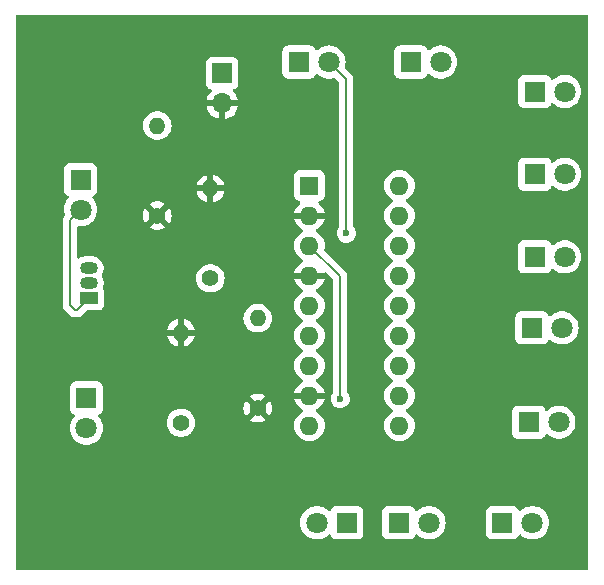
<source format=gbl>
G04 #@! TF.GenerationSoftware,KiCad,Pcbnew,8.0.1*
G04 #@! TF.CreationDate,2024-05-12T16:16:29-04:00*
G04 #@! TF.ProjectId,recyclobot,72656379-636c-46f6-926f-742e6b696361,rev?*
G04 #@! TF.SameCoordinates,Original*
G04 #@! TF.FileFunction,Copper,L2,Bot*
G04 #@! TF.FilePolarity,Positive*
%FSLAX46Y46*%
G04 Gerber Fmt 4.6, Leading zero omitted, Abs format (unit mm)*
G04 Created by KiCad (PCBNEW 8.0.1) date 2024-05-12 16:16:29*
%MOMM*%
%LPD*%
G01*
G04 APERTURE LIST*
G04 #@! TA.AperFunction,ComponentPad*
%ADD10O,1.700000X1.700000*%
G04 #@! TD*
G04 #@! TA.AperFunction,ComponentPad*
%ADD11R,1.700000X1.700000*%
G04 #@! TD*
G04 #@! TA.AperFunction,ComponentPad*
%ADD12R,1.800000X1.800000*%
G04 #@! TD*
G04 #@! TA.AperFunction,ComponentPad*
%ADD13C,1.800000*%
G04 #@! TD*
G04 #@! TA.AperFunction,ComponentPad*
%ADD14R,1.500000X1.050000*%
G04 #@! TD*
G04 #@! TA.AperFunction,ComponentPad*
%ADD15O,1.500000X1.050000*%
G04 #@! TD*
G04 #@! TA.AperFunction,ComponentPad*
%ADD16C,1.400000*%
G04 #@! TD*
G04 #@! TA.AperFunction,ComponentPad*
%ADD17O,1.400000X1.400000*%
G04 #@! TD*
G04 #@! TA.AperFunction,ComponentPad*
%ADD18R,1.600000X1.600000*%
G04 #@! TD*
G04 #@! TA.AperFunction,ComponentPad*
%ADD19O,1.600000X1.600000*%
G04 #@! TD*
G04 #@! TA.AperFunction,ViaPad*
%ADD20C,0.600000*%
G04 #@! TD*
G04 #@! TA.AperFunction,Conductor*
%ADD21C,0.200000*%
G04 #@! TD*
G04 APERTURE END LIST*
D10*
X120500000Y-87000000D03*
D11*
X120500000Y-84460000D03*
D12*
X146960000Y-100000000D03*
D13*
X149500000Y-100000000D03*
D12*
X108500000Y-93460000D03*
D13*
X108500000Y-96000000D03*
D12*
X109000000Y-111950000D03*
D13*
X109000000Y-114490000D03*
D12*
X146725000Y-106000000D03*
D13*
X149265000Y-106000000D03*
D12*
X136460000Y-83500000D03*
D13*
X139000000Y-83500000D03*
D12*
X146960000Y-86000000D03*
D13*
X149500000Y-86000000D03*
D12*
X127000000Y-83500000D03*
D13*
X129540000Y-83500000D03*
D14*
X109220000Y-103500000D03*
D15*
X109220000Y-102230000D03*
X109220000Y-100960000D03*
D16*
X117005000Y-114045000D03*
D17*
X117005000Y-106425000D03*
D12*
X144225000Y-122500000D03*
D13*
X146765000Y-122500000D03*
D12*
X135460000Y-122500000D03*
D13*
X138000000Y-122500000D03*
D12*
X131050000Y-122500000D03*
D13*
X128510000Y-122500000D03*
D12*
X146460000Y-114000000D03*
D13*
X149000000Y-114000000D03*
D18*
X127880000Y-93960000D03*
D19*
X127880000Y-96500000D03*
X127880000Y-99040000D03*
X127880000Y-101580000D03*
X127880000Y-104120000D03*
X127880000Y-106660000D03*
X127880000Y-109200000D03*
X127880000Y-111740000D03*
X127880000Y-114280000D03*
X135500000Y-114280000D03*
X135500000Y-111740000D03*
X135500000Y-109200000D03*
X135500000Y-106660000D03*
X135500000Y-104120000D03*
X135500000Y-101580000D03*
X135500000Y-99040000D03*
X135500000Y-96500000D03*
X135500000Y-93960000D03*
D16*
X119500000Y-101810000D03*
D17*
X119500000Y-94190000D03*
D16*
X115000000Y-96500000D03*
D17*
X115000000Y-88880000D03*
D16*
X123500000Y-112810000D03*
D17*
X123500000Y-105190000D03*
D12*
X146960000Y-93000000D03*
D13*
X149500000Y-93000000D03*
D20*
X130500000Y-112000000D03*
X131000000Y-98000000D03*
X107500000Y-119500000D03*
X132000000Y-103000000D03*
X140500000Y-97000000D03*
X150000000Y-124500000D03*
X107000000Y-84000000D03*
X122500000Y-93500000D03*
X146500000Y-81000000D03*
D21*
X107600000Y-104100000D02*
X107600000Y-96900000D01*
X107600000Y-96900000D02*
X108500000Y-96000000D01*
X130500000Y-101660000D02*
X127880000Y-99040000D01*
X108000000Y-104500000D02*
X107600000Y-104100000D01*
X130500000Y-112000000D02*
X130500000Y-101660000D01*
X131000000Y-98000000D02*
X131000000Y-84960000D01*
X108220000Y-104500000D02*
X109220000Y-103500000D01*
X108000000Y-104500000D02*
X108220000Y-104500000D01*
X131000000Y-84960000D02*
X129540000Y-83500000D01*
G04 #@! TA.AperFunction,Conductor*
G36*
X151442539Y-79520185D02*
G01*
X151488294Y-79572989D01*
X151499500Y-79624500D01*
X151499500Y-126375500D01*
X151479815Y-126442539D01*
X151427011Y-126488294D01*
X151375500Y-126499500D01*
X103124500Y-126499500D01*
X103057461Y-126479815D01*
X103011706Y-126427011D01*
X103000500Y-126375500D01*
X103000500Y-122500006D01*
X127104700Y-122500006D01*
X127123864Y-122731297D01*
X127123866Y-122731308D01*
X127180842Y-122956300D01*
X127274075Y-123168848D01*
X127401016Y-123363147D01*
X127401019Y-123363151D01*
X127401021Y-123363153D01*
X127558216Y-123533913D01*
X127558219Y-123533915D01*
X127558222Y-123533918D01*
X127741365Y-123676464D01*
X127741371Y-123676468D01*
X127741374Y-123676470D01*
X127945497Y-123786936D01*
X128059487Y-123826068D01*
X128165015Y-123862297D01*
X128165017Y-123862297D01*
X128165019Y-123862298D01*
X128393951Y-123900500D01*
X128393952Y-123900500D01*
X128626048Y-123900500D01*
X128626049Y-123900500D01*
X128854981Y-123862298D01*
X129074503Y-123786936D01*
X129278626Y-123676470D01*
X129461784Y-123533913D01*
X129470130Y-123524846D01*
X129530010Y-123488854D01*
X129599849Y-123490949D01*
X129657468Y-123530469D01*
X129677544Y-123565491D01*
X129706203Y-123642330D01*
X129706206Y-123642335D01*
X129792452Y-123757544D01*
X129792455Y-123757547D01*
X129907664Y-123843793D01*
X129907671Y-123843797D01*
X130042517Y-123894091D01*
X130042516Y-123894091D01*
X130049444Y-123894835D01*
X130102127Y-123900500D01*
X131997872Y-123900499D01*
X132057483Y-123894091D01*
X132192331Y-123843796D01*
X132307546Y-123757546D01*
X132393796Y-123642331D01*
X132444091Y-123507483D01*
X132450500Y-123447873D01*
X132450500Y-123447870D01*
X134059500Y-123447870D01*
X134059501Y-123447876D01*
X134065908Y-123507483D01*
X134116202Y-123642328D01*
X134116206Y-123642335D01*
X134202452Y-123757544D01*
X134202455Y-123757547D01*
X134317664Y-123843793D01*
X134317671Y-123843797D01*
X134452517Y-123894091D01*
X134452516Y-123894091D01*
X134459444Y-123894835D01*
X134512127Y-123900500D01*
X136407872Y-123900499D01*
X136467483Y-123894091D01*
X136602331Y-123843796D01*
X136717546Y-123757546D01*
X136803796Y-123642331D01*
X136832455Y-123565493D01*
X136874326Y-123509559D01*
X136939790Y-123485141D01*
X137008063Y-123499992D01*
X137039866Y-123524843D01*
X137045046Y-123530469D01*
X137048215Y-123533912D01*
X137048222Y-123533918D01*
X137231365Y-123676464D01*
X137231371Y-123676468D01*
X137231374Y-123676470D01*
X137435497Y-123786936D01*
X137549487Y-123826068D01*
X137655015Y-123862297D01*
X137655017Y-123862297D01*
X137655019Y-123862298D01*
X137883951Y-123900500D01*
X137883952Y-123900500D01*
X138116048Y-123900500D01*
X138116049Y-123900500D01*
X138344981Y-123862298D01*
X138564503Y-123786936D01*
X138768626Y-123676470D01*
X138951784Y-123533913D01*
X139030992Y-123447870D01*
X142824500Y-123447870D01*
X142824501Y-123447876D01*
X142830908Y-123507483D01*
X142881202Y-123642328D01*
X142881206Y-123642335D01*
X142967452Y-123757544D01*
X142967455Y-123757547D01*
X143082664Y-123843793D01*
X143082671Y-123843797D01*
X143217517Y-123894091D01*
X143217516Y-123894091D01*
X143224444Y-123894835D01*
X143277127Y-123900500D01*
X145172872Y-123900499D01*
X145232483Y-123894091D01*
X145367331Y-123843796D01*
X145482546Y-123757546D01*
X145568796Y-123642331D01*
X145597455Y-123565493D01*
X145639326Y-123509559D01*
X145704790Y-123485141D01*
X145773063Y-123499992D01*
X145804866Y-123524843D01*
X145810046Y-123530469D01*
X145813215Y-123533912D01*
X145813222Y-123533918D01*
X145996365Y-123676464D01*
X145996371Y-123676468D01*
X145996374Y-123676470D01*
X146200497Y-123786936D01*
X146314487Y-123826068D01*
X146420015Y-123862297D01*
X146420017Y-123862297D01*
X146420019Y-123862298D01*
X146648951Y-123900500D01*
X146648952Y-123900500D01*
X146881048Y-123900500D01*
X146881049Y-123900500D01*
X147109981Y-123862298D01*
X147329503Y-123786936D01*
X147533626Y-123676470D01*
X147716784Y-123533913D01*
X147873979Y-123363153D01*
X148000924Y-123168849D01*
X148094157Y-122956300D01*
X148151134Y-122731305D01*
X148170300Y-122500000D01*
X148170300Y-122499993D01*
X148151135Y-122268702D01*
X148151133Y-122268691D01*
X148094157Y-122043699D01*
X148000924Y-121831151D01*
X147873983Y-121636852D01*
X147873980Y-121636849D01*
X147873979Y-121636847D01*
X147716784Y-121466087D01*
X147716779Y-121466083D01*
X147716777Y-121466081D01*
X147533634Y-121323535D01*
X147533628Y-121323531D01*
X147329504Y-121213064D01*
X147329495Y-121213061D01*
X147109984Y-121137702D01*
X146919450Y-121105908D01*
X146881049Y-121099500D01*
X146648951Y-121099500D01*
X146610550Y-121105908D01*
X146420015Y-121137702D01*
X146200504Y-121213061D01*
X146200495Y-121213064D01*
X145996371Y-121323531D01*
X145996365Y-121323535D01*
X145813222Y-121466081D01*
X145813218Y-121466085D01*
X145813216Y-121466086D01*
X145813216Y-121466087D01*
X145804870Y-121475154D01*
X145804866Y-121475158D01*
X145744979Y-121511148D01*
X145675141Y-121509047D01*
X145617525Y-121469522D01*
X145597455Y-121434507D01*
X145568797Y-121357671D01*
X145568793Y-121357664D01*
X145482547Y-121242455D01*
X145482544Y-121242452D01*
X145367335Y-121156206D01*
X145367328Y-121156202D01*
X145232482Y-121105908D01*
X145232483Y-121105908D01*
X145172883Y-121099501D01*
X145172881Y-121099500D01*
X145172873Y-121099500D01*
X145172864Y-121099500D01*
X143277129Y-121099500D01*
X143277123Y-121099501D01*
X143217516Y-121105908D01*
X143082671Y-121156202D01*
X143082664Y-121156206D01*
X142967455Y-121242452D01*
X142967452Y-121242455D01*
X142881206Y-121357664D01*
X142881202Y-121357671D01*
X142830908Y-121492517D01*
X142824501Y-121552116D01*
X142824501Y-121552123D01*
X142824500Y-121552135D01*
X142824500Y-123447870D01*
X139030992Y-123447870D01*
X139108979Y-123363153D01*
X139235924Y-123168849D01*
X139329157Y-122956300D01*
X139386134Y-122731305D01*
X139405300Y-122500000D01*
X139405300Y-122499993D01*
X139386135Y-122268702D01*
X139386133Y-122268691D01*
X139329157Y-122043699D01*
X139235924Y-121831151D01*
X139108983Y-121636852D01*
X139108980Y-121636849D01*
X139108979Y-121636847D01*
X138951784Y-121466087D01*
X138951779Y-121466083D01*
X138951777Y-121466081D01*
X138768634Y-121323535D01*
X138768628Y-121323531D01*
X138564504Y-121213064D01*
X138564495Y-121213061D01*
X138344984Y-121137702D01*
X138154450Y-121105908D01*
X138116049Y-121099500D01*
X137883951Y-121099500D01*
X137845550Y-121105908D01*
X137655015Y-121137702D01*
X137435504Y-121213061D01*
X137435495Y-121213064D01*
X137231371Y-121323531D01*
X137231365Y-121323535D01*
X137048222Y-121466081D01*
X137048218Y-121466085D01*
X137048216Y-121466086D01*
X137048216Y-121466087D01*
X137039870Y-121475154D01*
X137039866Y-121475158D01*
X136979979Y-121511148D01*
X136910141Y-121509047D01*
X136852525Y-121469522D01*
X136832455Y-121434507D01*
X136803797Y-121357671D01*
X136803793Y-121357664D01*
X136717547Y-121242455D01*
X136717544Y-121242452D01*
X136602335Y-121156206D01*
X136602328Y-121156202D01*
X136467482Y-121105908D01*
X136467483Y-121105908D01*
X136407883Y-121099501D01*
X136407881Y-121099500D01*
X136407873Y-121099500D01*
X136407864Y-121099500D01*
X134512129Y-121099500D01*
X134512123Y-121099501D01*
X134452516Y-121105908D01*
X134317671Y-121156202D01*
X134317664Y-121156206D01*
X134202455Y-121242452D01*
X134202452Y-121242455D01*
X134116206Y-121357664D01*
X134116202Y-121357671D01*
X134065908Y-121492517D01*
X134059501Y-121552116D01*
X134059501Y-121552123D01*
X134059500Y-121552135D01*
X134059500Y-123447870D01*
X132450500Y-123447870D01*
X132450499Y-121552128D01*
X132444091Y-121492517D01*
X132435514Y-121469522D01*
X132393797Y-121357671D01*
X132393793Y-121357664D01*
X132307547Y-121242455D01*
X132307544Y-121242452D01*
X132192335Y-121156206D01*
X132192328Y-121156202D01*
X132057482Y-121105908D01*
X132057483Y-121105908D01*
X131997883Y-121099501D01*
X131997881Y-121099500D01*
X131997873Y-121099500D01*
X131997864Y-121099500D01*
X130102129Y-121099500D01*
X130102123Y-121099501D01*
X130042516Y-121105908D01*
X129907671Y-121156202D01*
X129907664Y-121156206D01*
X129792455Y-121242452D01*
X129792452Y-121242455D01*
X129706206Y-121357664D01*
X129706203Y-121357670D01*
X129677544Y-121434508D01*
X129635672Y-121490441D01*
X129570208Y-121514858D01*
X129501935Y-121500006D01*
X129470135Y-121475158D01*
X129461784Y-121466087D01*
X129461778Y-121466082D01*
X129461777Y-121466081D01*
X129278634Y-121323535D01*
X129278628Y-121323531D01*
X129074504Y-121213064D01*
X129074495Y-121213061D01*
X128854984Y-121137702D01*
X128664450Y-121105908D01*
X128626049Y-121099500D01*
X128393951Y-121099500D01*
X128355550Y-121105908D01*
X128165015Y-121137702D01*
X127945504Y-121213061D01*
X127945495Y-121213064D01*
X127741371Y-121323531D01*
X127741365Y-121323535D01*
X127558222Y-121466081D01*
X127558219Y-121466084D01*
X127558216Y-121466086D01*
X127558216Y-121466087D01*
X127518669Y-121509047D01*
X127401016Y-121636852D01*
X127274075Y-121831151D01*
X127180842Y-122043699D01*
X127123866Y-122268691D01*
X127123864Y-122268702D01*
X127104700Y-122499993D01*
X127104700Y-122500006D01*
X103000500Y-122500006D01*
X103000500Y-114490006D01*
X107594700Y-114490006D01*
X107613864Y-114721297D01*
X107613866Y-114721308D01*
X107670842Y-114946300D01*
X107764075Y-115158848D01*
X107891016Y-115353147D01*
X107891019Y-115353151D01*
X107891021Y-115353153D01*
X108048216Y-115523913D01*
X108048219Y-115523915D01*
X108048222Y-115523918D01*
X108231365Y-115666464D01*
X108231371Y-115666468D01*
X108231374Y-115666470D01*
X108435497Y-115776936D01*
X108549487Y-115816068D01*
X108655015Y-115852297D01*
X108655017Y-115852297D01*
X108655019Y-115852298D01*
X108883951Y-115890500D01*
X108883952Y-115890500D01*
X109116048Y-115890500D01*
X109116049Y-115890500D01*
X109344981Y-115852298D01*
X109564503Y-115776936D01*
X109768626Y-115666470D01*
X109951784Y-115523913D01*
X110108979Y-115353153D01*
X110235924Y-115158849D01*
X110329157Y-114946300D01*
X110386134Y-114721305D01*
X110386135Y-114721297D01*
X110405300Y-114490006D01*
X110405300Y-114489993D01*
X110386135Y-114258702D01*
X110386133Y-114258691D01*
X110332019Y-114045000D01*
X115799357Y-114045000D01*
X115819884Y-114266535D01*
X115819885Y-114266537D01*
X115880769Y-114480523D01*
X115880775Y-114480538D01*
X115979938Y-114679683D01*
X115979943Y-114679691D01*
X116114020Y-114857238D01*
X116278437Y-115007123D01*
X116278439Y-115007125D01*
X116467595Y-115124245D01*
X116467596Y-115124245D01*
X116467599Y-115124247D01*
X116675060Y-115204618D01*
X116893757Y-115245500D01*
X116893759Y-115245500D01*
X117116241Y-115245500D01*
X117116243Y-115245500D01*
X117334940Y-115204618D01*
X117542401Y-115124247D01*
X117731562Y-115007124D01*
X117871282Y-114879751D01*
X117895979Y-114857238D01*
X117926792Y-114816436D01*
X118030058Y-114679689D01*
X118129229Y-114480528D01*
X118186284Y-114280001D01*
X126574532Y-114280001D01*
X126594364Y-114506686D01*
X126594366Y-114506697D01*
X126653258Y-114726488D01*
X126653261Y-114726497D01*
X126749431Y-114932732D01*
X126749432Y-114932734D01*
X126879954Y-115119141D01*
X127040858Y-115280045D01*
X127050702Y-115286938D01*
X127227266Y-115410568D01*
X127433504Y-115506739D01*
X127653308Y-115565635D01*
X127815230Y-115579801D01*
X127879998Y-115585468D01*
X127880000Y-115585468D01*
X127880002Y-115585468D01*
X127936673Y-115580509D01*
X128106692Y-115565635D01*
X128326496Y-115506739D01*
X128532734Y-115410568D01*
X128719139Y-115280047D01*
X128880047Y-115119139D01*
X129010568Y-114932734D01*
X129106739Y-114726496D01*
X129165635Y-114506692D01*
X129185468Y-114280001D01*
X134194532Y-114280001D01*
X134214364Y-114506686D01*
X134214366Y-114506697D01*
X134273258Y-114726488D01*
X134273261Y-114726497D01*
X134369431Y-114932732D01*
X134369432Y-114932734D01*
X134499954Y-115119141D01*
X134660858Y-115280045D01*
X134670702Y-115286938D01*
X134847266Y-115410568D01*
X135053504Y-115506739D01*
X135273308Y-115565635D01*
X135435230Y-115579801D01*
X135499998Y-115585468D01*
X135500000Y-115585468D01*
X135500002Y-115585468D01*
X135556673Y-115580509D01*
X135726692Y-115565635D01*
X135946496Y-115506739D01*
X136152734Y-115410568D01*
X136339139Y-115280047D01*
X136500047Y-115119139D01*
X136619970Y-114947870D01*
X145059500Y-114947870D01*
X145059501Y-114947876D01*
X145065908Y-115007483D01*
X145116202Y-115142328D01*
X145116206Y-115142335D01*
X145202452Y-115257544D01*
X145202455Y-115257547D01*
X145317664Y-115343793D01*
X145317671Y-115343797D01*
X145452517Y-115394091D01*
X145452516Y-115394091D01*
X145459444Y-115394835D01*
X145512127Y-115400500D01*
X147407872Y-115400499D01*
X147467483Y-115394091D01*
X147602331Y-115343796D01*
X147717546Y-115257546D01*
X147803796Y-115142331D01*
X147832455Y-115065493D01*
X147874326Y-115009559D01*
X147939790Y-114985141D01*
X148008063Y-114999992D01*
X148039866Y-115024843D01*
X148047302Y-115032920D01*
X148048215Y-115033912D01*
X148048222Y-115033918D01*
X148231365Y-115176464D01*
X148231371Y-115176468D01*
X148231374Y-115176470D01*
X148283387Y-115204618D01*
X148422763Y-115280045D01*
X148435497Y-115286936D01*
X148549487Y-115326068D01*
X148655015Y-115362297D01*
X148655017Y-115362297D01*
X148655019Y-115362298D01*
X148883951Y-115400500D01*
X148883952Y-115400500D01*
X149116048Y-115400500D01*
X149116049Y-115400500D01*
X149344981Y-115362298D01*
X149564503Y-115286936D01*
X149768626Y-115176470D01*
X149951784Y-115033913D01*
X150108979Y-114863153D01*
X150112844Y-114857238D01*
X150139501Y-114816436D01*
X150235924Y-114668849D01*
X150329157Y-114456300D01*
X150386134Y-114231305D01*
X150386135Y-114231297D01*
X150405300Y-114000006D01*
X150405300Y-113999993D01*
X150386135Y-113768702D01*
X150386133Y-113768691D01*
X150329157Y-113543699D01*
X150235924Y-113331151D01*
X150108983Y-113136852D01*
X150108980Y-113136849D01*
X150108979Y-113136847D01*
X149951784Y-112966087D01*
X149951779Y-112966083D01*
X149951777Y-112966081D01*
X149768634Y-112823535D01*
X149768628Y-112823531D01*
X149564504Y-112713064D01*
X149564495Y-112713061D01*
X149344984Y-112637702D01*
X149154450Y-112605908D01*
X149116049Y-112599500D01*
X148883951Y-112599500D01*
X148845550Y-112605908D01*
X148655015Y-112637702D01*
X148435504Y-112713061D01*
X148435495Y-112713064D01*
X148231371Y-112823531D01*
X148231365Y-112823535D01*
X148048222Y-112966081D01*
X148048218Y-112966085D01*
X148039866Y-112975158D01*
X147979979Y-113011148D01*
X147910141Y-113009047D01*
X147852525Y-112969522D01*
X147832455Y-112934507D01*
X147803797Y-112857671D01*
X147803793Y-112857664D01*
X147717547Y-112742455D01*
X147717544Y-112742452D01*
X147602335Y-112656206D01*
X147602328Y-112656202D01*
X147467482Y-112605908D01*
X147467483Y-112605908D01*
X147407883Y-112599501D01*
X147407881Y-112599500D01*
X147407873Y-112599500D01*
X147407864Y-112599500D01*
X145512129Y-112599500D01*
X145512123Y-112599501D01*
X145452516Y-112605908D01*
X145317671Y-112656202D01*
X145317664Y-112656206D01*
X145202455Y-112742452D01*
X145202452Y-112742455D01*
X145116206Y-112857664D01*
X145116202Y-112857671D01*
X145065908Y-112992517D01*
X145059501Y-113052116D01*
X145059500Y-113052135D01*
X145059500Y-114947870D01*
X136619970Y-114947870D01*
X136630568Y-114932734D01*
X136726739Y-114726496D01*
X136785635Y-114506692D01*
X136805468Y-114280000D01*
X136785635Y-114053308D01*
X136726739Y-113833504D01*
X136630568Y-113627266D01*
X136502543Y-113444425D01*
X136500045Y-113440858D01*
X136339141Y-113279954D01*
X136152734Y-113149432D01*
X136152728Y-113149429D01*
X136094725Y-113122382D01*
X136042285Y-113076210D01*
X136023133Y-113009017D01*
X136043348Y-112942135D01*
X136094725Y-112897618D01*
X136095319Y-112897341D01*
X136152734Y-112870568D01*
X136339139Y-112740047D01*
X136500047Y-112579139D01*
X136630568Y-112392734D01*
X136726739Y-112186496D01*
X136785635Y-111966692D01*
X136805468Y-111740000D01*
X136785635Y-111513308D01*
X136726739Y-111293504D01*
X136630568Y-111087266D01*
X136500047Y-110900861D01*
X136500045Y-110900858D01*
X136339141Y-110739954D01*
X136152734Y-110609432D01*
X136152728Y-110609429D01*
X136094725Y-110582382D01*
X136042285Y-110536210D01*
X136023133Y-110469017D01*
X136043348Y-110402135D01*
X136094725Y-110357618D01*
X136152734Y-110330568D01*
X136339139Y-110200047D01*
X136500047Y-110039139D01*
X136630568Y-109852734D01*
X136726739Y-109646496D01*
X136785635Y-109426692D01*
X136805468Y-109200000D01*
X136785635Y-108973308D01*
X136726739Y-108753504D01*
X136630568Y-108547266D01*
X136500047Y-108360861D01*
X136500045Y-108360858D01*
X136339141Y-108199954D01*
X136152734Y-108069432D01*
X136152728Y-108069429D01*
X136094725Y-108042382D01*
X136042285Y-107996210D01*
X136023133Y-107929017D01*
X136043348Y-107862135D01*
X136094725Y-107817618D01*
X136152734Y-107790568D01*
X136339139Y-107660047D01*
X136500047Y-107499139D01*
X136630568Y-107312734D01*
X136726739Y-107106496D01*
X136769242Y-106947870D01*
X145324500Y-106947870D01*
X145324501Y-106947876D01*
X145330908Y-107007483D01*
X145381202Y-107142328D01*
X145381206Y-107142335D01*
X145467452Y-107257544D01*
X145467455Y-107257547D01*
X145582664Y-107343793D01*
X145582671Y-107343797D01*
X145717517Y-107394091D01*
X145717516Y-107394091D01*
X145724444Y-107394835D01*
X145777127Y-107400500D01*
X147672872Y-107400499D01*
X147732483Y-107394091D01*
X147867331Y-107343796D01*
X147982546Y-107257546D01*
X148068796Y-107142331D01*
X148097455Y-107065493D01*
X148139326Y-107009559D01*
X148204790Y-106985141D01*
X148273063Y-106999992D01*
X148304866Y-107024843D01*
X148312302Y-107032920D01*
X148313215Y-107033912D01*
X148313222Y-107033918D01*
X148496365Y-107176464D01*
X148496371Y-107176468D01*
X148496374Y-107176470D01*
X148700497Y-107286936D01*
X148775644Y-107312734D01*
X148920015Y-107362297D01*
X148920017Y-107362297D01*
X148920019Y-107362298D01*
X149148951Y-107400500D01*
X149148952Y-107400500D01*
X149381048Y-107400500D01*
X149381049Y-107400500D01*
X149609981Y-107362298D01*
X149829503Y-107286936D01*
X150033626Y-107176470D01*
X150216784Y-107033913D01*
X150373979Y-106863153D01*
X150500924Y-106668849D01*
X150594157Y-106456300D01*
X150651134Y-106231305D01*
X150651135Y-106231297D01*
X150670300Y-106000006D01*
X150670300Y-105999993D01*
X150651135Y-105768702D01*
X150651133Y-105768691D01*
X150594157Y-105543699D01*
X150500924Y-105331151D01*
X150373983Y-105136852D01*
X150373980Y-105136849D01*
X150373979Y-105136847D01*
X150216784Y-104966087D01*
X150216779Y-104966083D01*
X150216777Y-104966081D01*
X150033634Y-104823535D01*
X150033628Y-104823531D01*
X149829504Y-104713064D01*
X149829495Y-104713061D01*
X149609984Y-104637702D01*
X149419450Y-104605908D01*
X149381049Y-104599500D01*
X149148951Y-104599500D01*
X149110550Y-104605908D01*
X148920015Y-104637702D01*
X148700504Y-104713061D01*
X148700495Y-104713064D01*
X148496371Y-104823531D01*
X148496365Y-104823535D01*
X148313222Y-104966081D01*
X148313218Y-104966085D01*
X148304866Y-104975158D01*
X148244979Y-105011148D01*
X148175141Y-105009047D01*
X148117525Y-104969522D01*
X148097455Y-104934507D01*
X148068797Y-104857671D01*
X148068793Y-104857664D01*
X147982547Y-104742455D01*
X147982544Y-104742452D01*
X147867335Y-104656206D01*
X147867328Y-104656202D01*
X147732482Y-104605908D01*
X147732483Y-104605908D01*
X147672883Y-104599501D01*
X147672881Y-104599500D01*
X147672873Y-104599500D01*
X147672864Y-104599500D01*
X145777129Y-104599500D01*
X145777123Y-104599501D01*
X145717516Y-104605908D01*
X145582671Y-104656202D01*
X145582664Y-104656206D01*
X145467455Y-104742452D01*
X145467452Y-104742455D01*
X145381206Y-104857664D01*
X145381202Y-104857671D01*
X145330908Y-104992517D01*
X145324501Y-105052116D01*
X145324500Y-105052135D01*
X145324500Y-106947870D01*
X136769242Y-106947870D01*
X136785635Y-106886692D01*
X136805468Y-106660000D01*
X136785635Y-106433308D01*
X136726739Y-106213504D01*
X136630568Y-106007266D01*
X136500047Y-105820861D01*
X136500045Y-105820858D01*
X136339141Y-105659954D01*
X136152734Y-105529432D01*
X136152728Y-105529429D01*
X136094725Y-105502382D01*
X136042285Y-105456210D01*
X136023133Y-105389017D01*
X136043348Y-105322135D01*
X136094725Y-105277618D01*
X136152734Y-105250568D01*
X136339139Y-105120047D01*
X136500047Y-104959139D01*
X136630568Y-104772734D01*
X136726739Y-104566496D01*
X136785635Y-104346692D01*
X136805468Y-104120000D01*
X136785635Y-103893308D01*
X136726739Y-103673504D01*
X136630568Y-103467266D01*
X136500047Y-103280861D01*
X136500045Y-103280858D01*
X136339141Y-103119954D01*
X136152734Y-102989432D01*
X136152728Y-102989429D01*
X136094725Y-102962382D01*
X136042285Y-102916210D01*
X136023133Y-102849017D01*
X136043348Y-102782135D01*
X136094725Y-102737618D01*
X136105334Y-102732671D01*
X136152734Y-102710568D01*
X136339139Y-102580047D01*
X136500047Y-102419139D01*
X136630568Y-102232734D01*
X136726739Y-102026496D01*
X136785635Y-101806692D01*
X136804156Y-101595000D01*
X136805468Y-101580001D01*
X136805468Y-101579998D01*
X136793723Y-101445753D01*
X136785635Y-101353308D01*
X136726739Y-101133504D01*
X136640176Y-100947870D01*
X145559500Y-100947870D01*
X145559501Y-100947876D01*
X145565908Y-101007483D01*
X145616202Y-101142328D01*
X145616206Y-101142335D01*
X145702452Y-101257544D01*
X145702455Y-101257547D01*
X145817664Y-101343793D01*
X145817671Y-101343797D01*
X145952517Y-101394091D01*
X145952516Y-101394091D01*
X145959444Y-101394835D01*
X146012127Y-101400500D01*
X147907872Y-101400499D01*
X147967483Y-101394091D01*
X148102331Y-101343796D01*
X148217546Y-101257546D01*
X148303796Y-101142331D01*
X148332455Y-101065493D01*
X148374326Y-101009559D01*
X148439790Y-100985141D01*
X148508063Y-100999992D01*
X148539866Y-101024843D01*
X148547302Y-101032920D01*
X148548215Y-101033912D01*
X148548222Y-101033918D01*
X148731365Y-101176464D01*
X148731371Y-101176468D01*
X148731374Y-101176470D01*
X148935497Y-101286936D01*
X149049487Y-101326068D01*
X149155015Y-101362297D01*
X149155017Y-101362297D01*
X149155019Y-101362298D01*
X149383951Y-101400500D01*
X149383952Y-101400500D01*
X149616048Y-101400500D01*
X149616049Y-101400500D01*
X149844981Y-101362298D01*
X150064503Y-101286936D01*
X150268626Y-101176470D01*
X150451784Y-101033913D01*
X150608979Y-100863153D01*
X150735924Y-100668849D01*
X150829157Y-100456300D01*
X150886134Y-100231305D01*
X150888903Y-100197893D01*
X150905300Y-100000006D01*
X150905300Y-99999993D01*
X150886135Y-99768702D01*
X150886133Y-99768691D01*
X150829157Y-99543699D01*
X150735924Y-99331151D01*
X150608983Y-99136852D01*
X150608980Y-99136849D01*
X150608979Y-99136847D01*
X150451784Y-98966087D01*
X150451779Y-98966083D01*
X150451777Y-98966081D01*
X150268634Y-98823535D01*
X150268628Y-98823531D01*
X150064504Y-98713064D01*
X150064495Y-98713061D01*
X149844984Y-98637702D01*
X149654450Y-98605908D01*
X149616049Y-98599500D01*
X149383951Y-98599500D01*
X149345550Y-98605908D01*
X149155015Y-98637702D01*
X148935504Y-98713061D01*
X148935495Y-98713064D01*
X148731371Y-98823531D01*
X148731365Y-98823535D01*
X148548222Y-98966081D01*
X148548218Y-98966085D01*
X148539866Y-98975158D01*
X148479979Y-99011148D01*
X148410141Y-99009047D01*
X148352525Y-98969522D01*
X148332455Y-98934507D01*
X148303797Y-98857671D01*
X148303793Y-98857664D01*
X148217547Y-98742455D01*
X148217544Y-98742452D01*
X148102335Y-98656206D01*
X148102328Y-98656202D01*
X147967482Y-98605908D01*
X147967483Y-98605908D01*
X147907883Y-98599501D01*
X147907881Y-98599500D01*
X147907873Y-98599500D01*
X147907864Y-98599500D01*
X146012129Y-98599500D01*
X146012123Y-98599501D01*
X145952516Y-98605908D01*
X145817671Y-98656202D01*
X145817664Y-98656206D01*
X145702455Y-98742452D01*
X145702452Y-98742455D01*
X145616206Y-98857664D01*
X145616202Y-98857671D01*
X145565908Y-98992517D01*
X145559501Y-99052116D01*
X145559500Y-99052135D01*
X145559500Y-100947870D01*
X136640176Y-100947870D01*
X136630568Y-100927266D01*
X136500047Y-100740861D01*
X136500045Y-100740858D01*
X136339141Y-100579954D01*
X136152734Y-100449432D01*
X136152728Y-100449429D01*
X136094725Y-100422382D01*
X136042285Y-100376210D01*
X136023133Y-100309017D01*
X136043348Y-100242135D01*
X136094725Y-100197618D01*
X136152734Y-100170568D01*
X136339139Y-100040047D01*
X136500047Y-99879139D01*
X136630568Y-99692734D01*
X136726739Y-99486496D01*
X136785635Y-99266692D01*
X136805468Y-99040000D01*
X136785635Y-98813308D01*
X136726739Y-98593504D01*
X136630568Y-98387266D01*
X136500047Y-98200861D01*
X136500045Y-98200858D01*
X136339141Y-98039954D01*
X136152734Y-97909432D01*
X136152728Y-97909429D01*
X136094725Y-97882382D01*
X136042285Y-97836210D01*
X136023133Y-97769017D01*
X136043348Y-97702135D01*
X136094725Y-97657618D01*
X136095319Y-97657341D01*
X136152734Y-97630568D01*
X136339139Y-97500047D01*
X136500047Y-97339139D01*
X136630568Y-97152734D01*
X136726739Y-96946496D01*
X136785635Y-96726692D01*
X136805468Y-96500000D01*
X136803426Y-96476665D01*
X136785635Y-96273313D01*
X136785635Y-96273308D01*
X136726739Y-96053504D01*
X136630568Y-95847266D01*
X136500047Y-95660861D01*
X136500045Y-95660858D01*
X136339141Y-95499954D01*
X136152734Y-95369432D01*
X136152728Y-95369429D01*
X136094725Y-95342382D01*
X136042285Y-95296210D01*
X136023133Y-95229017D01*
X136043348Y-95162135D01*
X136094725Y-95117618D01*
X136152734Y-95090568D01*
X136339139Y-94960047D01*
X136500047Y-94799139D01*
X136630568Y-94612734D01*
X136726739Y-94406496D01*
X136785635Y-94186692D01*
X136805468Y-93960000D01*
X136804407Y-93947870D01*
X145559500Y-93947870D01*
X145559501Y-93947876D01*
X145565908Y-94007483D01*
X145616202Y-94142328D01*
X145616206Y-94142335D01*
X145702452Y-94257544D01*
X145702455Y-94257547D01*
X145817664Y-94343793D01*
X145817671Y-94343797D01*
X145952517Y-94394091D01*
X145952516Y-94394091D01*
X145959444Y-94394835D01*
X146012127Y-94400500D01*
X147907872Y-94400499D01*
X147967483Y-94394091D01*
X148102331Y-94343796D01*
X148217546Y-94257546D01*
X148303796Y-94142331D01*
X148332455Y-94065493D01*
X148374326Y-94009559D01*
X148439790Y-93985141D01*
X148508063Y-93999992D01*
X148539866Y-94024843D01*
X148547302Y-94032920D01*
X148548215Y-94033912D01*
X148548222Y-94033918D01*
X148731365Y-94176464D01*
X148731371Y-94176468D01*
X148731374Y-94176470D01*
X148935497Y-94286936D01*
X149046650Y-94325095D01*
X149155015Y-94362297D01*
X149155017Y-94362297D01*
X149155019Y-94362298D01*
X149383951Y-94400500D01*
X149383952Y-94400500D01*
X149616048Y-94400500D01*
X149616049Y-94400500D01*
X149844981Y-94362298D01*
X150064503Y-94286936D01*
X150268626Y-94176470D01*
X150451784Y-94033913D01*
X150608979Y-93863153D01*
X150735924Y-93668849D01*
X150829157Y-93456300D01*
X150886134Y-93231305D01*
X150886385Y-93228278D01*
X150905300Y-93000006D01*
X150905300Y-92999993D01*
X150886135Y-92768702D01*
X150886133Y-92768691D01*
X150829157Y-92543699D01*
X150735924Y-92331151D01*
X150608983Y-92136852D01*
X150608980Y-92136849D01*
X150608979Y-92136847D01*
X150451784Y-91966087D01*
X150451779Y-91966083D01*
X150451777Y-91966081D01*
X150268634Y-91823535D01*
X150268628Y-91823531D01*
X150064504Y-91713064D01*
X150064495Y-91713061D01*
X149844984Y-91637702D01*
X149654450Y-91605908D01*
X149616049Y-91599500D01*
X149383951Y-91599500D01*
X149345550Y-91605908D01*
X149155015Y-91637702D01*
X148935504Y-91713061D01*
X148935495Y-91713064D01*
X148731371Y-91823531D01*
X148731365Y-91823535D01*
X148548222Y-91966081D01*
X148548218Y-91966085D01*
X148539866Y-91975158D01*
X148479979Y-92011148D01*
X148410141Y-92009047D01*
X148352525Y-91969522D01*
X148332455Y-91934507D01*
X148303797Y-91857671D01*
X148303793Y-91857664D01*
X148217547Y-91742455D01*
X148217544Y-91742452D01*
X148102335Y-91656206D01*
X148102328Y-91656202D01*
X147967482Y-91605908D01*
X147967483Y-91605908D01*
X147907883Y-91599501D01*
X147907881Y-91599500D01*
X147907873Y-91599500D01*
X147907864Y-91599500D01*
X146012129Y-91599500D01*
X146012123Y-91599501D01*
X145952516Y-91605908D01*
X145817671Y-91656202D01*
X145817664Y-91656206D01*
X145702455Y-91742452D01*
X145702452Y-91742455D01*
X145616206Y-91857664D01*
X145616202Y-91857671D01*
X145565908Y-91992517D01*
X145559501Y-92052116D01*
X145559500Y-92052135D01*
X145559500Y-93947870D01*
X136804407Y-93947870D01*
X136785635Y-93733308D01*
X136726739Y-93513504D01*
X136630568Y-93307266D01*
X136500047Y-93120861D01*
X136500045Y-93120858D01*
X136339141Y-92959954D01*
X136152734Y-92829432D01*
X136152732Y-92829431D01*
X135946497Y-92733261D01*
X135946488Y-92733258D01*
X135726697Y-92674366D01*
X135726693Y-92674365D01*
X135726692Y-92674365D01*
X135726691Y-92674364D01*
X135726686Y-92674364D01*
X135500002Y-92654532D01*
X135499998Y-92654532D01*
X135273313Y-92674364D01*
X135273302Y-92674366D01*
X135053511Y-92733258D01*
X135053502Y-92733261D01*
X134847267Y-92829431D01*
X134847265Y-92829432D01*
X134660858Y-92959954D01*
X134499954Y-93120858D01*
X134369432Y-93307265D01*
X134369431Y-93307267D01*
X134273261Y-93513502D01*
X134273258Y-93513511D01*
X134214366Y-93733302D01*
X134214364Y-93733313D01*
X134194532Y-93959998D01*
X134194532Y-93960001D01*
X134214364Y-94186686D01*
X134214366Y-94186697D01*
X134273258Y-94406488D01*
X134273261Y-94406497D01*
X134369431Y-94612732D01*
X134369432Y-94612734D01*
X134499954Y-94799141D01*
X134660858Y-94960045D01*
X134660861Y-94960047D01*
X134847266Y-95090568D01*
X134905275Y-95117618D01*
X134957714Y-95163791D01*
X134976866Y-95230984D01*
X134956650Y-95297865D01*
X134905275Y-95342382D01*
X134847267Y-95369431D01*
X134847265Y-95369432D01*
X134660858Y-95499954D01*
X134499954Y-95660858D01*
X134369432Y-95847265D01*
X134369431Y-95847267D01*
X134273261Y-96053502D01*
X134273258Y-96053511D01*
X134214366Y-96273302D01*
X134214364Y-96273313D01*
X134194532Y-96499998D01*
X134194532Y-96500001D01*
X134214364Y-96726686D01*
X134214366Y-96726697D01*
X134273258Y-96946488D01*
X134273261Y-96946497D01*
X134369431Y-97152732D01*
X134369432Y-97152734D01*
X134499954Y-97339141D01*
X134660858Y-97500045D01*
X134660861Y-97500047D01*
X134847266Y-97630568D01*
X134889959Y-97650476D01*
X134905275Y-97657618D01*
X134957714Y-97703791D01*
X134976866Y-97770984D01*
X134956650Y-97837865D01*
X134905275Y-97882382D01*
X134847267Y-97909431D01*
X134847265Y-97909432D01*
X134660858Y-98039954D01*
X134499954Y-98200858D01*
X134369432Y-98387265D01*
X134369431Y-98387267D01*
X134273261Y-98593502D01*
X134273258Y-98593511D01*
X134214366Y-98813302D01*
X134214364Y-98813313D01*
X134194532Y-99039998D01*
X134194532Y-99040001D01*
X134214364Y-99266686D01*
X134214366Y-99266697D01*
X134273258Y-99486488D01*
X134273261Y-99486497D01*
X134369431Y-99692732D01*
X134369432Y-99692734D01*
X134499954Y-99879141D01*
X134660858Y-100040045D01*
X134707693Y-100072839D01*
X134847266Y-100170568D01*
X134905275Y-100197618D01*
X134957714Y-100243791D01*
X134976866Y-100310984D01*
X134956650Y-100377865D01*
X134905275Y-100422382D01*
X134847267Y-100449431D01*
X134847265Y-100449432D01*
X134660858Y-100579954D01*
X134499954Y-100740858D01*
X134369432Y-100927265D01*
X134369431Y-100927267D01*
X134273261Y-101133502D01*
X134273258Y-101133511D01*
X134214366Y-101353302D01*
X134214364Y-101353313D01*
X134194532Y-101579998D01*
X134194532Y-101580001D01*
X134214364Y-101806686D01*
X134214366Y-101806697D01*
X134273258Y-102026488D01*
X134273261Y-102026497D01*
X134369431Y-102232732D01*
X134369432Y-102232734D01*
X134499954Y-102419141D01*
X134660858Y-102580045D01*
X134660861Y-102580047D01*
X134847266Y-102710568D01*
X134894666Y-102732671D01*
X134905275Y-102737618D01*
X134957714Y-102783791D01*
X134976866Y-102850984D01*
X134956650Y-102917865D01*
X134905275Y-102962382D01*
X134847267Y-102989431D01*
X134847265Y-102989432D01*
X134660858Y-103119954D01*
X134499954Y-103280858D01*
X134369432Y-103467265D01*
X134369431Y-103467267D01*
X134273261Y-103673502D01*
X134273258Y-103673511D01*
X134214366Y-103893302D01*
X134214364Y-103893313D01*
X134194532Y-104119998D01*
X134194532Y-104120001D01*
X134214364Y-104346686D01*
X134214366Y-104346697D01*
X134273258Y-104566488D01*
X134273261Y-104566497D01*
X134369431Y-104772732D01*
X134369432Y-104772734D01*
X134499954Y-104959141D01*
X134660858Y-105120045D01*
X134660861Y-105120047D01*
X134847266Y-105250568D01*
X134905275Y-105277618D01*
X134957714Y-105323791D01*
X134976866Y-105390984D01*
X134956650Y-105457865D01*
X134905275Y-105502382D01*
X134847267Y-105529431D01*
X134847265Y-105529432D01*
X134660858Y-105659954D01*
X134499954Y-105820858D01*
X134369432Y-106007265D01*
X134369431Y-106007267D01*
X134273261Y-106213502D01*
X134273258Y-106213511D01*
X134214366Y-106433302D01*
X134214364Y-106433313D01*
X134194532Y-106659998D01*
X134194532Y-106660001D01*
X134214364Y-106886686D01*
X134214366Y-106886697D01*
X134273258Y-107106488D01*
X134273261Y-107106497D01*
X134369431Y-107312732D01*
X134369432Y-107312734D01*
X134499954Y-107499141D01*
X134660858Y-107660045D01*
X134660861Y-107660047D01*
X134847266Y-107790568D01*
X134905275Y-107817618D01*
X134957714Y-107863791D01*
X134976866Y-107930984D01*
X134956650Y-107997865D01*
X134905275Y-108042382D01*
X134847267Y-108069431D01*
X134847265Y-108069432D01*
X134660858Y-108199954D01*
X134499954Y-108360858D01*
X134369432Y-108547265D01*
X134369431Y-108547267D01*
X134273261Y-108753502D01*
X134273258Y-108753511D01*
X134214366Y-108973302D01*
X134214364Y-108973313D01*
X134194532Y-109199998D01*
X134194532Y-109200001D01*
X134214364Y-109426686D01*
X134214366Y-109426697D01*
X134273258Y-109646488D01*
X134273261Y-109646497D01*
X134369431Y-109852732D01*
X134369432Y-109852734D01*
X134499954Y-110039141D01*
X134660858Y-110200045D01*
X134660861Y-110200047D01*
X134847266Y-110330568D01*
X134905275Y-110357618D01*
X134957714Y-110403791D01*
X134976866Y-110470984D01*
X134956650Y-110537865D01*
X134905275Y-110582382D01*
X134847267Y-110609431D01*
X134847265Y-110609432D01*
X134660858Y-110739954D01*
X134499954Y-110900858D01*
X134369432Y-111087265D01*
X134369431Y-111087267D01*
X134273261Y-111293502D01*
X134273258Y-111293511D01*
X134214366Y-111513302D01*
X134214364Y-111513313D01*
X134194532Y-111739998D01*
X134194532Y-111740001D01*
X134214364Y-111966686D01*
X134214366Y-111966697D01*
X134273258Y-112186488D01*
X134273261Y-112186497D01*
X134369431Y-112392732D01*
X134369432Y-112392734D01*
X134499954Y-112579141D01*
X134660858Y-112740045D01*
X134664300Y-112742455D01*
X134847266Y-112870568D01*
X134879035Y-112885382D01*
X134905275Y-112897618D01*
X134957714Y-112943791D01*
X134976866Y-113010984D01*
X134956650Y-113077865D01*
X134905275Y-113122382D01*
X134847267Y-113149431D01*
X134847265Y-113149432D01*
X134660858Y-113279954D01*
X134499954Y-113440858D01*
X134369432Y-113627265D01*
X134369431Y-113627267D01*
X134273261Y-113833502D01*
X134273258Y-113833511D01*
X134214366Y-114053302D01*
X134214364Y-114053313D01*
X134194532Y-114279998D01*
X134194532Y-114280001D01*
X129185468Y-114280001D01*
X129185468Y-114280000D01*
X129165635Y-114053308D01*
X129106739Y-113833504D01*
X129010568Y-113627266D01*
X128882543Y-113444425D01*
X128880045Y-113440858D01*
X128719141Y-113279954D01*
X128532734Y-113149432D01*
X128532732Y-113149431D01*
X128505756Y-113136852D01*
X128474132Y-113122105D01*
X128421694Y-113075934D01*
X128402542Y-113008740D01*
X128422758Y-112941859D01*
X128474134Y-112897341D01*
X128532484Y-112870132D01*
X128718820Y-112739657D01*
X128879657Y-112578820D01*
X129010134Y-112392482D01*
X129106265Y-112186326D01*
X129106269Y-112186317D01*
X129158872Y-111990000D01*
X128195686Y-111990000D01*
X128200080Y-111985606D01*
X128252741Y-111894394D01*
X128280000Y-111792661D01*
X128280000Y-111687339D01*
X128252741Y-111585606D01*
X128200080Y-111494394D01*
X128195686Y-111490000D01*
X129158872Y-111490000D01*
X129158872Y-111489999D01*
X129106269Y-111293682D01*
X129106265Y-111293673D01*
X129010134Y-111087517D01*
X128879657Y-110901179D01*
X128718820Y-110740342D01*
X128532482Y-110609865D01*
X128474133Y-110582657D01*
X128421694Y-110536484D01*
X128402542Y-110469291D01*
X128422758Y-110402410D01*
X128474129Y-110357895D01*
X128532734Y-110330568D01*
X128719139Y-110200047D01*
X128880047Y-110039139D01*
X129010568Y-109852734D01*
X129106739Y-109646496D01*
X129165635Y-109426692D01*
X129185468Y-109200000D01*
X129165635Y-108973308D01*
X129106739Y-108753504D01*
X129010568Y-108547266D01*
X128880047Y-108360861D01*
X128880045Y-108360858D01*
X128719141Y-108199954D01*
X128532734Y-108069432D01*
X128532728Y-108069429D01*
X128474725Y-108042382D01*
X128422285Y-107996210D01*
X128403133Y-107929017D01*
X128423348Y-107862135D01*
X128474725Y-107817618D01*
X128532734Y-107790568D01*
X128719139Y-107660047D01*
X128880047Y-107499139D01*
X129010568Y-107312734D01*
X129106739Y-107106496D01*
X129165635Y-106886692D01*
X129185468Y-106660000D01*
X129165635Y-106433308D01*
X129106739Y-106213504D01*
X129010568Y-106007266D01*
X128880047Y-105820861D01*
X128880045Y-105820858D01*
X128719141Y-105659954D01*
X128532734Y-105529432D01*
X128532728Y-105529429D01*
X128474725Y-105502382D01*
X128422285Y-105456210D01*
X128403133Y-105389017D01*
X128423348Y-105322135D01*
X128474725Y-105277618D01*
X128532734Y-105250568D01*
X128719139Y-105120047D01*
X128880047Y-104959139D01*
X129010568Y-104772734D01*
X129106739Y-104566496D01*
X129165635Y-104346692D01*
X129185468Y-104120000D01*
X129165635Y-103893308D01*
X129106739Y-103673504D01*
X129010568Y-103467266D01*
X128880047Y-103280861D01*
X128880045Y-103280858D01*
X128719141Y-103119954D01*
X128532734Y-102989432D01*
X128532732Y-102989431D01*
X128490243Y-102969618D01*
X128474132Y-102962105D01*
X128421694Y-102915934D01*
X128402542Y-102848740D01*
X128422758Y-102781859D01*
X128474134Y-102737341D01*
X128532484Y-102710132D01*
X128718820Y-102579657D01*
X128879657Y-102418820D01*
X129010134Y-102232482D01*
X129106265Y-102026326D01*
X129106269Y-102026317D01*
X129158872Y-101830000D01*
X128195686Y-101830000D01*
X128200080Y-101825606D01*
X128252741Y-101734394D01*
X128280000Y-101632661D01*
X128280000Y-101527339D01*
X128252741Y-101425606D01*
X128200080Y-101334394D01*
X128195686Y-101330000D01*
X129171260Y-101330000D01*
X129199514Y-101309370D01*
X129269260Y-101305215D01*
X129329143Y-101338378D01*
X129863181Y-101872416D01*
X129896666Y-101933739D01*
X129899500Y-101960097D01*
X129899500Y-111417587D01*
X129879815Y-111484626D01*
X129872450Y-111494896D01*
X129870186Y-111497734D01*
X129774211Y-111650476D01*
X129714631Y-111820745D01*
X129714630Y-111820750D01*
X129694435Y-111999996D01*
X129694435Y-112000003D01*
X129714630Y-112179249D01*
X129714631Y-112179254D01*
X129774211Y-112349523D01*
X129841396Y-112456447D01*
X129870184Y-112502262D01*
X129997738Y-112629816D01*
X130069497Y-112674905D01*
X130130221Y-112713061D01*
X130150478Y-112725789D01*
X130198104Y-112742454D01*
X130320745Y-112785368D01*
X130320750Y-112785369D01*
X130499996Y-112805565D01*
X130500000Y-112805565D01*
X130500004Y-112805565D01*
X130679249Y-112785369D01*
X130679252Y-112785368D01*
X130679255Y-112785368D01*
X130849522Y-112725789D01*
X131002262Y-112629816D01*
X131129816Y-112502262D01*
X131225789Y-112349522D01*
X131285368Y-112179255D01*
X131289791Y-112140000D01*
X131305565Y-112000003D01*
X131305565Y-111999996D01*
X131285369Y-111820750D01*
X131285368Y-111820745D01*
X131257113Y-111739998D01*
X131225789Y-111650478D01*
X131129816Y-111497738D01*
X131129814Y-111497736D01*
X131129813Y-111497734D01*
X131127550Y-111494896D01*
X131126659Y-111492715D01*
X131126111Y-111491842D01*
X131126264Y-111491745D01*
X131101144Y-111430209D01*
X131100500Y-111417587D01*
X131100500Y-101749060D01*
X131100501Y-101749047D01*
X131100501Y-101580944D01*
X131100501Y-101580943D01*
X131059577Y-101428216D01*
X131039875Y-101394091D01*
X130980524Y-101291290D01*
X130980518Y-101291282D01*
X130111618Y-100422382D01*
X129171940Y-99482705D01*
X129138456Y-99421383D01*
X129139847Y-99362931D01*
X129165635Y-99266692D01*
X129185468Y-99040000D01*
X129165635Y-98813308D01*
X129106739Y-98593504D01*
X129010568Y-98387266D01*
X128880047Y-98200861D01*
X128880045Y-98200858D01*
X128719141Y-98039954D01*
X128532734Y-97909432D01*
X128532732Y-97909431D01*
X128474725Y-97882382D01*
X128474132Y-97882105D01*
X128421694Y-97835934D01*
X128402542Y-97768740D01*
X128422758Y-97701859D01*
X128474134Y-97657341D01*
X128532484Y-97630132D01*
X128718820Y-97499657D01*
X128879657Y-97338820D01*
X129010134Y-97152482D01*
X129106265Y-96946326D01*
X129106269Y-96946317D01*
X129158872Y-96750000D01*
X128195686Y-96750000D01*
X128200080Y-96745606D01*
X128252741Y-96654394D01*
X128280000Y-96552661D01*
X128280000Y-96447339D01*
X128252741Y-96345606D01*
X128200080Y-96254394D01*
X128195686Y-96250000D01*
X129158872Y-96250000D01*
X129158872Y-96249999D01*
X129106269Y-96053682D01*
X129106265Y-96053673D01*
X129010134Y-95847517D01*
X128879657Y-95661179D01*
X128718820Y-95500342D01*
X128693779Y-95482808D01*
X128650154Y-95428230D01*
X128642962Y-95358732D01*
X128674484Y-95296377D01*
X128734714Y-95260964D01*
X128751650Y-95257943D01*
X128787483Y-95254091D01*
X128922328Y-95203797D01*
X128922327Y-95203797D01*
X128922331Y-95203796D01*
X129037546Y-95117546D01*
X129123796Y-95002331D01*
X129174091Y-94867483D01*
X129180500Y-94807873D01*
X129180499Y-93112128D01*
X129174091Y-93052517D01*
X129154503Y-93000000D01*
X129123797Y-92917671D01*
X129123793Y-92917664D01*
X129037547Y-92802455D01*
X129037544Y-92802452D01*
X128922335Y-92716206D01*
X128922328Y-92716202D01*
X128787482Y-92665908D01*
X128787483Y-92665908D01*
X128727883Y-92659501D01*
X128727881Y-92659500D01*
X128727873Y-92659500D01*
X128727864Y-92659500D01*
X127032129Y-92659500D01*
X127032123Y-92659501D01*
X126972516Y-92665908D01*
X126837671Y-92716202D01*
X126837664Y-92716206D01*
X126722455Y-92802452D01*
X126722452Y-92802455D01*
X126636206Y-92917664D01*
X126636202Y-92917671D01*
X126585908Y-93052517D01*
X126579599Y-93111202D01*
X126579501Y-93112123D01*
X126579500Y-93112135D01*
X126579500Y-94807870D01*
X126579501Y-94807876D01*
X126585908Y-94867483D01*
X126636202Y-95002328D01*
X126636206Y-95002335D01*
X126722452Y-95117544D01*
X126722455Y-95117547D01*
X126837664Y-95203793D01*
X126837671Y-95203797D01*
X126972513Y-95254090D01*
X126972514Y-95254090D01*
X126972517Y-95254091D01*
X127008353Y-95257944D01*
X127072901Y-95284679D01*
X127112751Y-95342070D01*
X127115246Y-95411896D01*
X127079595Y-95471985D01*
X127066223Y-95482805D01*
X127041182Y-95500339D01*
X126880342Y-95661179D01*
X126749865Y-95847517D01*
X126653734Y-96053673D01*
X126653730Y-96053682D01*
X126601127Y-96249999D01*
X126601128Y-96250000D01*
X127564314Y-96250000D01*
X127559920Y-96254394D01*
X127507259Y-96345606D01*
X127480000Y-96447339D01*
X127480000Y-96552661D01*
X127507259Y-96654394D01*
X127559920Y-96745606D01*
X127564314Y-96750000D01*
X126601128Y-96750000D01*
X126653730Y-96946317D01*
X126653734Y-96946326D01*
X126749865Y-97152482D01*
X126880342Y-97338820D01*
X127041179Y-97499657D01*
X127227518Y-97630134D01*
X127227520Y-97630135D01*
X127285865Y-97657342D01*
X127338305Y-97703514D01*
X127357457Y-97770707D01*
X127337242Y-97837589D01*
X127285867Y-97882105D01*
X127227268Y-97909431D01*
X127227264Y-97909433D01*
X127040858Y-98039954D01*
X126879954Y-98200858D01*
X126749432Y-98387265D01*
X126749431Y-98387267D01*
X126653261Y-98593502D01*
X126653258Y-98593511D01*
X126594366Y-98813302D01*
X126594364Y-98813313D01*
X126574532Y-99039998D01*
X126574532Y-99040001D01*
X126594364Y-99266686D01*
X126594366Y-99266697D01*
X126653258Y-99486488D01*
X126653261Y-99486497D01*
X126749431Y-99692732D01*
X126749432Y-99692734D01*
X126879954Y-99879141D01*
X127040858Y-100040045D01*
X127087693Y-100072839D01*
X127227266Y-100170568D01*
X127285865Y-100197893D01*
X127338305Y-100244065D01*
X127357457Y-100311258D01*
X127337242Y-100378139D01*
X127285867Y-100422657D01*
X127227515Y-100449867D01*
X127041179Y-100580342D01*
X126880342Y-100741179D01*
X126749865Y-100927517D01*
X126653734Y-101133673D01*
X126653730Y-101133682D01*
X126601127Y-101329999D01*
X126601128Y-101330000D01*
X127564314Y-101330000D01*
X127559920Y-101334394D01*
X127507259Y-101425606D01*
X127480000Y-101527339D01*
X127480000Y-101632661D01*
X127507259Y-101734394D01*
X127559920Y-101825606D01*
X127564314Y-101830000D01*
X126601128Y-101830000D01*
X126653730Y-102026317D01*
X126653734Y-102026326D01*
X126749865Y-102232482D01*
X126880342Y-102418820D01*
X127041179Y-102579657D01*
X127227518Y-102710134D01*
X127227520Y-102710135D01*
X127285865Y-102737342D01*
X127338305Y-102783514D01*
X127357457Y-102850707D01*
X127337242Y-102917589D01*
X127285867Y-102962105D01*
X127227268Y-102989431D01*
X127227264Y-102989433D01*
X127040858Y-103119954D01*
X126879954Y-103280858D01*
X126749432Y-103467265D01*
X126749431Y-103467267D01*
X126653261Y-103673502D01*
X126653258Y-103673511D01*
X126594366Y-103893302D01*
X126594364Y-103893313D01*
X126574532Y-104119998D01*
X126574532Y-104120001D01*
X126594364Y-104346686D01*
X126594366Y-104346697D01*
X126653258Y-104566488D01*
X126653261Y-104566497D01*
X126749431Y-104772732D01*
X126749432Y-104772734D01*
X126879954Y-104959141D01*
X127040858Y-105120045D01*
X127040861Y-105120047D01*
X127227266Y-105250568D01*
X127285275Y-105277618D01*
X127337714Y-105323791D01*
X127356866Y-105390984D01*
X127336650Y-105457865D01*
X127285275Y-105502382D01*
X127227267Y-105529431D01*
X127227265Y-105529432D01*
X127040858Y-105659954D01*
X126879954Y-105820858D01*
X126749432Y-106007265D01*
X126749431Y-106007267D01*
X126653261Y-106213502D01*
X126653258Y-106213511D01*
X126594366Y-106433302D01*
X126594364Y-106433313D01*
X126574532Y-106659998D01*
X126574532Y-106660001D01*
X126594364Y-106886686D01*
X126594366Y-106886697D01*
X126653258Y-107106488D01*
X126653261Y-107106497D01*
X126749431Y-107312732D01*
X126749432Y-107312734D01*
X126879954Y-107499141D01*
X127040858Y-107660045D01*
X127040861Y-107660047D01*
X127227266Y-107790568D01*
X127285275Y-107817618D01*
X127337714Y-107863791D01*
X127356866Y-107930984D01*
X127336650Y-107997865D01*
X127285275Y-108042382D01*
X127227267Y-108069431D01*
X127227265Y-108069432D01*
X127040858Y-108199954D01*
X126879954Y-108360858D01*
X126749432Y-108547265D01*
X126749431Y-108547267D01*
X126653261Y-108753502D01*
X126653258Y-108753511D01*
X126594366Y-108973302D01*
X126594364Y-108973313D01*
X126574532Y-109199998D01*
X126574532Y-109200001D01*
X126594364Y-109426686D01*
X126594366Y-109426697D01*
X126653258Y-109646488D01*
X126653261Y-109646497D01*
X126749431Y-109852732D01*
X126749432Y-109852734D01*
X126879954Y-110039141D01*
X127040858Y-110200045D01*
X127040861Y-110200047D01*
X127227266Y-110330568D01*
X127285865Y-110357893D01*
X127338305Y-110404065D01*
X127357457Y-110471258D01*
X127337242Y-110538139D01*
X127285867Y-110582657D01*
X127227515Y-110609867D01*
X127041179Y-110740342D01*
X126880342Y-110901179D01*
X126749865Y-111087517D01*
X126653734Y-111293673D01*
X126653730Y-111293682D01*
X126601127Y-111489999D01*
X126601128Y-111490000D01*
X127564314Y-111490000D01*
X127559920Y-111494394D01*
X127507259Y-111585606D01*
X127480000Y-111687339D01*
X127480000Y-111792661D01*
X127507259Y-111894394D01*
X127559920Y-111985606D01*
X127564314Y-111990000D01*
X126601128Y-111990000D01*
X126653730Y-112186317D01*
X126653734Y-112186326D01*
X126749865Y-112392482D01*
X126880342Y-112578820D01*
X127041179Y-112739657D01*
X127227518Y-112870134D01*
X127227520Y-112870135D01*
X127285865Y-112897342D01*
X127338305Y-112943514D01*
X127357457Y-113010707D01*
X127337242Y-113077589D01*
X127285867Y-113122105D01*
X127227268Y-113149431D01*
X127227264Y-113149433D01*
X127040858Y-113279954D01*
X126879954Y-113440858D01*
X126749432Y-113627265D01*
X126749431Y-113627267D01*
X126653261Y-113833502D01*
X126653258Y-113833511D01*
X126594366Y-114053302D01*
X126594364Y-114053313D01*
X126574532Y-114279998D01*
X126574532Y-114280001D01*
X118186284Y-114280001D01*
X118190115Y-114266536D01*
X118210643Y-114045000D01*
X118190115Y-113823464D01*
X118188242Y-113816880D01*
X122846672Y-113816880D01*
X122962821Y-113888797D01*
X122962822Y-113888798D01*
X123170195Y-113969134D01*
X123388807Y-114010000D01*
X123611193Y-114010000D01*
X123829809Y-113969133D01*
X124037168Y-113888801D01*
X124037181Y-113888795D01*
X124153326Y-113816879D01*
X123500001Y-113163553D01*
X123500000Y-113163553D01*
X122846672Y-113816879D01*
X122846672Y-113816880D01*
X118188242Y-113816880D01*
X118129229Y-113609472D01*
X118129224Y-113609461D01*
X118030061Y-113410316D01*
X118030056Y-113410308D01*
X117895979Y-113232761D01*
X117731562Y-113082876D01*
X117731560Y-113082874D01*
X117542404Y-112965754D01*
X117542398Y-112965752D01*
X117334940Y-112885382D01*
X117116243Y-112844500D01*
X116893757Y-112844500D01*
X116675060Y-112885382D01*
X116548254Y-112934507D01*
X116467601Y-112965752D01*
X116467595Y-112965754D01*
X116278439Y-113082874D01*
X116278437Y-113082876D01*
X116114020Y-113232761D01*
X115979943Y-113410308D01*
X115979938Y-113410316D01*
X115880775Y-113609461D01*
X115880769Y-113609476D01*
X115819885Y-113823462D01*
X115819884Y-113823464D01*
X115799357Y-114044999D01*
X115799357Y-114045000D01*
X110332019Y-114045000D01*
X110329157Y-114033699D01*
X110235924Y-113821151D01*
X110108983Y-113626852D01*
X110108980Y-113626849D01*
X110108979Y-113626847D01*
X110014195Y-113523884D01*
X109983275Y-113461232D01*
X109991135Y-113391806D01*
X110035283Y-113337651D01*
X110062095Y-113323722D01*
X110142326Y-113293798D01*
X110142326Y-113293797D01*
X110142331Y-113293796D01*
X110257546Y-113207546D01*
X110343796Y-113092331D01*
X110394091Y-112957483D01*
X110400500Y-112897873D01*
X110400500Y-112810000D01*
X122294859Y-112810000D01*
X122315378Y-113031439D01*
X122376240Y-113245350D01*
X122475369Y-113444428D01*
X122491137Y-113465308D01*
X122491138Y-113465308D01*
X123100369Y-112856078D01*
X123150000Y-112856078D01*
X123173852Y-112945095D01*
X123219930Y-113024905D01*
X123285095Y-113090070D01*
X123364905Y-113136148D01*
X123453922Y-113160000D01*
X123546078Y-113160000D01*
X123635095Y-113136148D01*
X123714905Y-113090070D01*
X123780070Y-113024905D01*
X123826148Y-112945095D01*
X123850000Y-112856078D01*
X123850000Y-112810000D01*
X123853553Y-112810000D01*
X124508861Y-113465308D01*
X124524631Y-113444425D01*
X124524633Y-113444422D01*
X124623759Y-113245350D01*
X124684621Y-113031439D01*
X124705141Y-112810000D01*
X124705141Y-112809999D01*
X124684621Y-112588560D01*
X124623759Y-112374649D01*
X124524635Y-112175580D01*
X124524630Y-112175572D01*
X124508860Y-112154690D01*
X123853553Y-112809999D01*
X123853553Y-112810000D01*
X123850000Y-112810000D01*
X123850000Y-112763922D01*
X123826148Y-112674905D01*
X123780070Y-112595095D01*
X123714905Y-112529930D01*
X123635095Y-112483852D01*
X123546078Y-112460000D01*
X123453922Y-112460000D01*
X123364905Y-112483852D01*
X123285095Y-112529930D01*
X123219930Y-112595095D01*
X123173852Y-112674905D01*
X123150000Y-112763922D01*
X123150000Y-112856078D01*
X123100369Y-112856078D01*
X123146447Y-112810000D01*
X122491138Y-112154691D01*
X122491137Y-112154691D01*
X122475368Y-112175574D01*
X122376240Y-112374649D01*
X122315378Y-112588560D01*
X122294859Y-112809999D01*
X122294859Y-112810000D01*
X110400500Y-112810000D01*
X110400499Y-111803119D01*
X122846671Y-111803119D01*
X123500000Y-112456447D01*
X123500001Y-112456447D01*
X124153327Y-111803119D01*
X124037178Y-111731202D01*
X124037177Y-111731201D01*
X123829804Y-111650865D01*
X123611193Y-111610000D01*
X123388807Y-111610000D01*
X123170195Y-111650865D01*
X122962824Y-111731200D01*
X122962823Y-111731201D01*
X122846671Y-111803119D01*
X110400499Y-111803119D01*
X110400499Y-111002128D01*
X110394091Y-110942517D01*
X110378554Y-110900861D01*
X110343797Y-110807671D01*
X110343793Y-110807664D01*
X110257547Y-110692455D01*
X110257544Y-110692452D01*
X110142335Y-110606206D01*
X110142328Y-110606202D01*
X110007482Y-110555908D01*
X110007483Y-110555908D01*
X109947883Y-110549501D01*
X109947881Y-110549500D01*
X109947873Y-110549500D01*
X109947864Y-110549500D01*
X108052129Y-110549500D01*
X108052123Y-110549501D01*
X107992516Y-110555908D01*
X107857671Y-110606202D01*
X107857664Y-110606206D01*
X107742455Y-110692452D01*
X107742452Y-110692455D01*
X107656206Y-110807664D01*
X107656202Y-110807671D01*
X107605908Y-110942517D01*
X107599501Y-111002116D01*
X107599501Y-111002123D01*
X107599500Y-111002135D01*
X107599500Y-112897870D01*
X107599501Y-112897876D01*
X107605908Y-112957483D01*
X107656202Y-113092328D01*
X107656206Y-113092335D01*
X107742452Y-113207544D01*
X107742455Y-113207547D01*
X107857664Y-113293793D01*
X107857673Y-113293798D01*
X107937904Y-113323722D01*
X107993838Y-113365593D01*
X108018256Y-113431057D01*
X108003405Y-113499330D01*
X107985802Y-113523886D01*
X107891019Y-113626849D01*
X107764075Y-113821151D01*
X107670842Y-114033699D01*
X107613866Y-114258691D01*
X107613864Y-114258702D01*
X107594700Y-114489993D01*
X107594700Y-114490006D01*
X103000500Y-114490006D01*
X103000500Y-106675000D01*
X115828505Y-106675000D01*
X115881239Y-106860349D01*
X115980368Y-107059425D01*
X116114391Y-107236900D01*
X116278738Y-107386721D01*
X116467820Y-107503797D01*
X116467822Y-107503798D01*
X116675195Y-107584135D01*
X116755000Y-107599052D01*
X116755000Y-106675000D01*
X115828505Y-106675000D01*
X103000500Y-106675000D01*
X103000500Y-106471078D01*
X116655000Y-106471078D01*
X116678852Y-106560095D01*
X116724930Y-106639905D01*
X116790095Y-106705070D01*
X116869905Y-106751148D01*
X116958922Y-106775000D01*
X117051078Y-106775000D01*
X117140095Y-106751148D01*
X117219905Y-106705070D01*
X117249975Y-106675000D01*
X117255000Y-106675000D01*
X117255000Y-107599052D01*
X117334804Y-107584135D01*
X117542177Y-107503798D01*
X117542179Y-107503797D01*
X117731261Y-107386721D01*
X117895608Y-107236900D01*
X118029631Y-107059425D01*
X118128760Y-106860349D01*
X118181495Y-106675000D01*
X117255000Y-106675000D01*
X117249975Y-106675000D01*
X117285070Y-106639905D01*
X117331148Y-106560095D01*
X117355000Y-106471078D01*
X117355000Y-106378922D01*
X117331148Y-106289905D01*
X117285070Y-106210095D01*
X117219905Y-106144930D01*
X117140095Y-106098852D01*
X117051078Y-106075000D01*
X116958922Y-106075000D01*
X116869905Y-106098852D01*
X116790095Y-106144930D01*
X116724930Y-106210095D01*
X116678852Y-106289905D01*
X116655000Y-106378922D01*
X116655000Y-106471078D01*
X103000500Y-106471078D01*
X103000500Y-106175000D01*
X115828505Y-106175000D01*
X116755000Y-106175000D01*
X116755000Y-105250946D01*
X117255000Y-105250946D01*
X117255000Y-106175000D01*
X118181495Y-106175000D01*
X118128760Y-105989650D01*
X118029631Y-105790574D01*
X117895608Y-105613099D01*
X117731261Y-105463278D01*
X117542179Y-105346202D01*
X117542177Y-105346201D01*
X117334799Y-105265864D01*
X117255000Y-105250946D01*
X116755000Y-105250946D01*
X116675200Y-105265864D01*
X116467822Y-105346201D01*
X116467820Y-105346202D01*
X116278738Y-105463278D01*
X116114391Y-105613099D01*
X115980368Y-105790574D01*
X115881239Y-105989650D01*
X115828505Y-106175000D01*
X103000500Y-106175000D01*
X103000500Y-105190000D01*
X122294357Y-105190000D01*
X122314884Y-105411535D01*
X122314885Y-105411537D01*
X122375769Y-105625523D01*
X122375775Y-105625538D01*
X122474938Y-105824683D01*
X122474942Y-105824689D01*
X122609020Y-106002238D01*
X122773437Y-106152123D01*
X122773439Y-106152125D01*
X122962595Y-106269245D01*
X122962596Y-106269245D01*
X122962599Y-106269247D01*
X123170060Y-106349618D01*
X123388757Y-106390500D01*
X123388759Y-106390500D01*
X123611241Y-106390500D01*
X123611243Y-106390500D01*
X123829940Y-106349618D01*
X124037401Y-106269247D01*
X124226562Y-106152124D01*
X124385462Y-106007267D01*
X124390979Y-106002238D01*
X124392670Y-106000000D01*
X124525058Y-105824689D01*
X124624229Y-105625528D01*
X124685115Y-105411536D01*
X124705643Y-105190000D01*
X124692867Y-105052128D01*
X124685115Y-104968464D01*
X124685114Y-104968462D01*
X124684438Y-104966087D01*
X124624229Y-104754472D01*
X124624224Y-104754461D01*
X124525061Y-104555316D01*
X124525056Y-104555308D01*
X124390979Y-104377761D01*
X124226562Y-104227876D01*
X124226560Y-104227874D01*
X124037404Y-104110754D01*
X124037398Y-104110752D01*
X123829940Y-104030382D01*
X123611243Y-103989500D01*
X123388757Y-103989500D01*
X123170060Y-104030382D01*
X123060402Y-104072864D01*
X122962601Y-104110752D01*
X122962595Y-104110754D01*
X122773439Y-104227874D01*
X122773437Y-104227876D01*
X122609020Y-104377761D01*
X122474943Y-104555308D01*
X122474938Y-104555316D01*
X122375775Y-104754461D01*
X122375769Y-104754476D01*
X122314885Y-104968462D01*
X122314884Y-104968464D01*
X122294357Y-105189999D01*
X122294357Y-105190000D01*
X103000500Y-105190000D01*
X103000500Y-104179054D01*
X106999498Y-104179054D01*
X107040423Y-104331785D01*
X107046237Y-104341855D01*
X107119477Y-104468712D01*
X107119481Y-104468717D01*
X107238349Y-104587585D01*
X107238355Y-104587590D01*
X107515139Y-104864374D01*
X107515149Y-104864385D01*
X107519479Y-104868715D01*
X107519480Y-104868716D01*
X107631284Y-104980520D01*
X107631286Y-104980521D01*
X107631290Y-104980524D01*
X107700530Y-105020499D01*
X107768216Y-105059577D01*
X107866929Y-105086027D01*
X107920942Y-105100500D01*
X107920943Y-105100500D01*
X108133331Y-105100500D01*
X108133347Y-105100501D01*
X108140943Y-105100501D01*
X108299054Y-105100501D01*
X108299057Y-105100501D01*
X108451785Y-105059577D01*
X108519468Y-105020500D01*
X108588716Y-104980520D01*
X108700520Y-104868716D01*
X108700520Y-104868714D01*
X108710724Y-104858511D01*
X108710728Y-104858506D01*
X109007416Y-104561818D01*
X109068739Y-104528333D01*
X109095097Y-104525499D01*
X110017871Y-104525499D01*
X110017872Y-104525499D01*
X110077483Y-104519091D01*
X110212331Y-104468796D01*
X110327546Y-104382546D01*
X110413796Y-104267331D01*
X110464091Y-104132483D01*
X110470500Y-104072873D01*
X110470499Y-102927128D01*
X110464091Y-102867517D01*
X110457821Y-102850707D01*
X110413797Y-102732671D01*
X110413796Y-102732670D01*
X110413796Y-102732669D01*
X110412967Y-102731562D01*
X110412485Y-102730268D01*
X110409546Y-102724886D01*
X110410319Y-102724463D01*
X110388551Y-102666099D01*
X110397675Y-102609798D01*
X110410000Y-102580045D01*
X110431091Y-102529127D01*
X110470500Y-102331003D01*
X110470500Y-102128997D01*
X110431091Y-101930873D01*
X110381023Y-101810000D01*
X118294357Y-101810000D01*
X118314884Y-102031535D01*
X118314885Y-102031537D01*
X118375769Y-102245523D01*
X118375775Y-102245538D01*
X118474938Y-102444683D01*
X118474943Y-102444691D01*
X118609020Y-102622238D01*
X118773437Y-102772123D01*
X118773439Y-102772125D01*
X118962595Y-102889245D01*
X118962596Y-102889245D01*
X118962599Y-102889247D01*
X119170060Y-102969618D01*
X119388757Y-103010500D01*
X119388759Y-103010500D01*
X119611241Y-103010500D01*
X119611243Y-103010500D01*
X119829940Y-102969618D01*
X120037401Y-102889247D01*
X120226562Y-102772124D01*
X120390981Y-102622236D01*
X120525058Y-102444689D01*
X120624229Y-102245528D01*
X120685115Y-102031536D01*
X120705643Y-101810000D01*
X120705336Y-101806692D01*
X120685115Y-101588464D01*
X120685114Y-101588462D01*
X120682706Y-101580000D01*
X120624229Y-101374472D01*
X120624224Y-101374461D01*
X120525061Y-101175316D01*
X120525056Y-101175308D01*
X120390979Y-100997761D01*
X120226562Y-100847876D01*
X120226560Y-100847874D01*
X120037404Y-100730754D01*
X120037398Y-100730752D01*
X119829940Y-100650382D01*
X119611243Y-100609500D01*
X119388757Y-100609500D01*
X119170060Y-100650382D01*
X119038864Y-100701207D01*
X118962601Y-100730752D01*
X118962595Y-100730754D01*
X118773439Y-100847874D01*
X118773437Y-100847876D01*
X118609020Y-100997761D01*
X118474943Y-101175308D01*
X118474938Y-101175316D01*
X118375775Y-101374461D01*
X118375769Y-101374476D01*
X118314885Y-101588462D01*
X118314884Y-101588464D01*
X118294357Y-101809999D01*
X118294357Y-101810000D01*
X110381023Y-101810000D01*
X110355781Y-101749060D01*
X110353787Y-101744246D01*
X110353786Y-101744244D01*
X110300094Y-101663889D01*
X110279217Y-101597214D01*
X110297701Y-101529834D01*
X110300078Y-101526134D01*
X110353786Y-101445756D01*
X110431091Y-101259127D01*
X110470500Y-101061003D01*
X110470500Y-100858997D01*
X110431091Y-100660873D01*
X110353786Y-100474244D01*
X110353784Y-100474241D01*
X110353782Y-100474237D01*
X110241558Y-100306281D01*
X110098718Y-100163441D01*
X109930762Y-100051217D01*
X109930752Y-100051212D01*
X109744127Y-99973909D01*
X109744119Y-99973907D01*
X109546007Y-99934500D01*
X109546003Y-99934500D01*
X108893997Y-99934500D01*
X108893992Y-99934500D01*
X108695880Y-99973907D01*
X108695872Y-99973909D01*
X108509247Y-100051212D01*
X108509239Y-100051216D01*
X108393390Y-100128624D01*
X108326713Y-100149501D01*
X108259333Y-100131016D01*
X108212643Y-100079037D01*
X108200500Y-100025521D01*
X108200500Y-97516293D01*
X108203264Y-97506880D01*
X114346672Y-97506880D01*
X114462821Y-97578797D01*
X114462822Y-97578798D01*
X114670195Y-97659134D01*
X114888807Y-97700000D01*
X115111193Y-97700000D01*
X115329809Y-97659133D01*
X115537168Y-97578801D01*
X115537181Y-97578795D01*
X115653326Y-97506879D01*
X115000001Y-96853553D01*
X115000000Y-96853553D01*
X114346672Y-97506879D01*
X114346672Y-97506880D01*
X108203264Y-97506880D01*
X108220185Y-97449254D01*
X108272989Y-97403499D01*
X108342147Y-97393555D01*
X108344872Y-97393978D01*
X108367303Y-97397721D01*
X108383949Y-97400500D01*
X108383951Y-97400500D01*
X108616048Y-97400500D01*
X108616049Y-97400500D01*
X108844981Y-97362298D01*
X109064503Y-97286936D01*
X109268626Y-97176470D01*
X109322650Y-97134422D01*
X109330129Y-97128600D01*
X109451784Y-97033913D01*
X109608979Y-96863153D01*
X109735924Y-96668849D01*
X109809988Y-96500000D01*
X113794859Y-96500000D01*
X113815378Y-96721439D01*
X113876240Y-96935350D01*
X113975369Y-97134428D01*
X113991137Y-97155308D01*
X113991138Y-97155308D01*
X114600369Y-96546078D01*
X114650000Y-96546078D01*
X114673852Y-96635095D01*
X114719930Y-96714905D01*
X114785095Y-96780070D01*
X114864905Y-96826148D01*
X114953922Y-96850000D01*
X115046078Y-96850000D01*
X115135095Y-96826148D01*
X115214905Y-96780070D01*
X115280070Y-96714905D01*
X115326148Y-96635095D01*
X115350000Y-96546078D01*
X115350000Y-96500000D01*
X115353553Y-96500000D01*
X116008861Y-97155308D01*
X116024631Y-97134425D01*
X116024633Y-97134422D01*
X116123759Y-96935350D01*
X116184621Y-96721439D01*
X116205141Y-96500000D01*
X116205141Y-96499999D01*
X116184621Y-96278560D01*
X116123759Y-96064649D01*
X116024635Y-95865580D01*
X116024630Y-95865572D01*
X116008860Y-95844690D01*
X115353553Y-96499999D01*
X115353553Y-96500000D01*
X115350000Y-96500000D01*
X115350000Y-96453922D01*
X115326148Y-96364905D01*
X115280070Y-96285095D01*
X115214905Y-96219930D01*
X115135095Y-96173852D01*
X115046078Y-96150000D01*
X114953922Y-96150000D01*
X114864905Y-96173852D01*
X114785095Y-96219930D01*
X114719930Y-96285095D01*
X114673852Y-96364905D01*
X114650000Y-96453922D01*
X114650000Y-96546078D01*
X114600369Y-96546078D01*
X114646447Y-96500000D01*
X113991138Y-95844691D01*
X113991137Y-95844691D01*
X113975368Y-95865574D01*
X113876240Y-96064649D01*
X113815378Y-96278560D01*
X113794859Y-96499999D01*
X113794859Y-96500000D01*
X109809988Y-96500000D01*
X109829157Y-96456300D01*
X109886134Y-96231305D01*
X109892871Y-96150000D01*
X109905300Y-96000006D01*
X109905300Y-95999993D01*
X109886135Y-95768702D01*
X109886133Y-95768691D01*
X109829157Y-95543699D01*
X109806970Y-95493119D01*
X114346671Y-95493119D01*
X115000000Y-96146447D01*
X115000001Y-96146447D01*
X115653327Y-95493119D01*
X115537178Y-95421202D01*
X115537177Y-95421201D01*
X115329804Y-95340865D01*
X115111193Y-95300000D01*
X114888807Y-95300000D01*
X114670195Y-95340865D01*
X114462824Y-95421200D01*
X114462823Y-95421201D01*
X114346671Y-95493119D01*
X109806970Y-95493119D01*
X109735924Y-95331151D01*
X109608983Y-95136852D01*
X109608980Y-95136849D01*
X109608979Y-95136847D01*
X109514195Y-95033884D01*
X109483275Y-94971232D01*
X109491135Y-94901806D01*
X109535283Y-94847651D01*
X109562095Y-94833722D01*
X109642326Y-94803798D01*
X109642326Y-94803797D01*
X109642331Y-94803796D01*
X109757546Y-94717546D01*
X109843796Y-94602331D01*
X109894091Y-94467483D01*
X109897046Y-94440000D01*
X118323505Y-94440000D01*
X118376239Y-94625349D01*
X118475368Y-94824425D01*
X118609391Y-95001900D01*
X118773738Y-95151721D01*
X118962820Y-95268797D01*
X118962822Y-95268798D01*
X119170195Y-95349135D01*
X119250000Y-95364052D01*
X119250000Y-94440000D01*
X118323505Y-94440000D01*
X109897046Y-94440000D01*
X109900500Y-94407873D01*
X109900500Y-94236078D01*
X119150000Y-94236078D01*
X119173852Y-94325095D01*
X119219930Y-94404905D01*
X119285095Y-94470070D01*
X119364905Y-94516148D01*
X119453922Y-94540000D01*
X119546078Y-94540000D01*
X119635095Y-94516148D01*
X119714905Y-94470070D01*
X119744975Y-94440000D01*
X119750000Y-94440000D01*
X119750000Y-95364052D01*
X119829804Y-95349135D01*
X120037177Y-95268798D01*
X120037179Y-95268797D01*
X120226261Y-95151721D01*
X120390608Y-95001900D01*
X120524631Y-94824425D01*
X120623760Y-94625349D01*
X120676495Y-94440000D01*
X119750000Y-94440000D01*
X119744975Y-94440000D01*
X119780070Y-94404905D01*
X119826148Y-94325095D01*
X119850000Y-94236078D01*
X119850000Y-94143922D01*
X119826148Y-94054905D01*
X119780070Y-93975095D01*
X119714905Y-93909930D01*
X119635095Y-93863852D01*
X119546078Y-93840000D01*
X119453922Y-93840000D01*
X119364905Y-93863852D01*
X119285095Y-93909930D01*
X119219930Y-93975095D01*
X119173852Y-94054905D01*
X119150000Y-94143922D01*
X119150000Y-94236078D01*
X109900500Y-94236078D01*
X109900500Y-93940000D01*
X118323505Y-93940000D01*
X119250000Y-93940000D01*
X119250000Y-93015946D01*
X119750000Y-93015946D01*
X119750000Y-93940000D01*
X120676495Y-93940000D01*
X120623760Y-93754650D01*
X120524631Y-93555574D01*
X120390608Y-93378099D01*
X120226261Y-93228278D01*
X120037179Y-93111202D01*
X120037177Y-93111201D01*
X119829799Y-93030864D01*
X119750000Y-93015946D01*
X119250000Y-93015946D01*
X119170200Y-93030864D01*
X118962822Y-93111201D01*
X118962820Y-93111202D01*
X118773738Y-93228278D01*
X118609391Y-93378099D01*
X118475368Y-93555574D01*
X118376239Y-93754650D01*
X118323505Y-93940000D01*
X109900500Y-93940000D01*
X109900499Y-92512128D01*
X109894091Y-92452517D01*
X109848824Y-92331151D01*
X109843797Y-92317671D01*
X109843793Y-92317664D01*
X109757547Y-92202455D01*
X109757544Y-92202452D01*
X109642335Y-92116206D01*
X109642328Y-92116202D01*
X109507482Y-92065908D01*
X109507483Y-92065908D01*
X109447883Y-92059501D01*
X109447881Y-92059500D01*
X109447873Y-92059500D01*
X109447864Y-92059500D01*
X107552129Y-92059500D01*
X107552123Y-92059501D01*
X107492516Y-92065908D01*
X107357671Y-92116202D01*
X107357664Y-92116206D01*
X107242455Y-92202452D01*
X107242452Y-92202455D01*
X107156206Y-92317664D01*
X107156202Y-92317671D01*
X107105908Y-92452517D01*
X107099501Y-92512116D01*
X107099501Y-92512123D01*
X107099500Y-92512135D01*
X107099500Y-94407870D01*
X107099501Y-94407876D01*
X107105908Y-94467483D01*
X107156202Y-94602328D01*
X107156206Y-94602335D01*
X107242452Y-94717544D01*
X107242455Y-94717547D01*
X107357664Y-94803793D01*
X107357673Y-94803798D01*
X107437904Y-94833722D01*
X107493838Y-94875593D01*
X107518256Y-94941057D01*
X107503405Y-95009330D01*
X107485802Y-95033886D01*
X107391019Y-95136849D01*
X107264075Y-95331151D01*
X107170842Y-95543699D01*
X107113866Y-95768691D01*
X107113864Y-95768702D01*
X107094700Y-95999993D01*
X107094700Y-96000006D01*
X107113864Y-96231297D01*
X107113868Y-96231317D01*
X107158319Y-96406845D01*
X107155695Y-96476665D01*
X107125799Y-96524964D01*
X107119478Y-96531285D01*
X107076396Y-96605907D01*
X107076396Y-96605908D01*
X107040423Y-96668215D01*
X106999499Y-96820943D01*
X106999499Y-96820945D01*
X106999499Y-96989046D01*
X106999500Y-96989059D01*
X106999500Y-104013330D01*
X106999499Y-104013348D01*
X106999499Y-104179054D01*
X106999498Y-104179054D01*
X103000500Y-104179054D01*
X103000500Y-88880000D01*
X113794357Y-88880000D01*
X113814884Y-89101535D01*
X113814885Y-89101537D01*
X113875769Y-89315523D01*
X113875775Y-89315538D01*
X113974938Y-89514683D01*
X113974943Y-89514691D01*
X114109020Y-89692238D01*
X114273437Y-89842123D01*
X114273439Y-89842125D01*
X114462595Y-89959245D01*
X114462596Y-89959245D01*
X114462599Y-89959247D01*
X114670060Y-90039618D01*
X114888757Y-90080500D01*
X114888759Y-90080500D01*
X115111241Y-90080500D01*
X115111243Y-90080500D01*
X115329940Y-90039618D01*
X115537401Y-89959247D01*
X115726562Y-89842124D01*
X115890981Y-89692236D01*
X116025058Y-89514689D01*
X116124229Y-89315528D01*
X116185115Y-89101536D01*
X116205643Y-88880000D01*
X116185115Y-88658464D01*
X116124229Y-88444472D01*
X116124224Y-88444461D01*
X116025061Y-88245316D01*
X116025056Y-88245308D01*
X115890979Y-88067761D01*
X115726562Y-87917876D01*
X115726560Y-87917874D01*
X115537404Y-87800754D01*
X115537398Y-87800752D01*
X115329940Y-87720382D01*
X115111243Y-87679500D01*
X114888757Y-87679500D01*
X114670060Y-87720382D01*
X114538864Y-87771207D01*
X114462601Y-87800752D01*
X114462595Y-87800754D01*
X114273439Y-87917874D01*
X114273437Y-87917876D01*
X114109020Y-88067761D01*
X113974943Y-88245308D01*
X113974938Y-88245316D01*
X113875775Y-88444461D01*
X113875769Y-88444476D01*
X113814885Y-88658462D01*
X113814884Y-88658464D01*
X113794357Y-88879999D01*
X113794357Y-88880000D01*
X103000500Y-88880000D01*
X103000500Y-85357870D01*
X119149500Y-85357870D01*
X119149501Y-85357876D01*
X119155908Y-85417483D01*
X119206202Y-85552328D01*
X119206206Y-85552335D01*
X119292452Y-85667544D01*
X119292455Y-85667547D01*
X119407664Y-85753793D01*
X119407671Y-85753797D01*
X119447615Y-85768695D01*
X119539598Y-85803002D01*
X119595531Y-85844873D01*
X119619949Y-85910337D01*
X119605098Y-85978610D01*
X119583947Y-86006865D01*
X119461886Y-86128926D01*
X119326400Y-86322420D01*
X119326399Y-86322422D01*
X119226570Y-86536507D01*
X119226567Y-86536513D01*
X119169364Y-86749999D01*
X119169364Y-86750000D01*
X120066988Y-86750000D01*
X120034075Y-86807007D01*
X120000000Y-86934174D01*
X120000000Y-87065826D01*
X120034075Y-87192993D01*
X120066988Y-87250000D01*
X119169364Y-87250000D01*
X119226567Y-87463486D01*
X119226570Y-87463492D01*
X119326399Y-87677578D01*
X119461894Y-87871082D01*
X119628917Y-88038105D01*
X119822421Y-88173600D01*
X120036507Y-88273429D01*
X120036516Y-88273433D01*
X120250000Y-88330634D01*
X120250000Y-87433012D01*
X120307007Y-87465925D01*
X120434174Y-87500000D01*
X120565826Y-87500000D01*
X120692993Y-87465925D01*
X120750000Y-87433012D01*
X120750000Y-88330633D01*
X120963483Y-88273433D01*
X120963492Y-88273429D01*
X121177578Y-88173600D01*
X121371082Y-88038105D01*
X121538105Y-87871082D01*
X121673600Y-87677578D01*
X121773429Y-87463492D01*
X121773432Y-87463486D01*
X121830636Y-87250000D01*
X120933012Y-87250000D01*
X120965925Y-87192993D01*
X121000000Y-87065826D01*
X121000000Y-86934174D01*
X120965925Y-86807007D01*
X120933012Y-86750000D01*
X121830636Y-86750000D01*
X121830635Y-86749999D01*
X121773432Y-86536513D01*
X121773429Y-86536507D01*
X121673600Y-86322422D01*
X121673599Y-86322420D01*
X121538113Y-86128926D01*
X121538108Y-86128920D01*
X121416053Y-86006865D01*
X121382568Y-85945542D01*
X121387552Y-85875850D01*
X121429424Y-85819917D01*
X121460400Y-85803002D01*
X121592331Y-85753796D01*
X121707546Y-85667546D01*
X121793796Y-85552331D01*
X121844091Y-85417483D01*
X121850500Y-85357873D01*
X121850499Y-84447870D01*
X125599500Y-84447870D01*
X125599501Y-84447876D01*
X125605908Y-84507483D01*
X125656202Y-84642328D01*
X125656206Y-84642335D01*
X125742452Y-84757544D01*
X125742455Y-84757547D01*
X125857664Y-84843793D01*
X125857671Y-84843797D01*
X125992517Y-84894091D01*
X125992516Y-84894091D01*
X125999444Y-84894835D01*
X126052127Y-84900500D01*
X127947872Y-84900499D01*
X128007483Y-84894091D01*
X128142331Y-84843796D01*
X128257546Y-84757546D01*
X128343796Y-84642331D01*
X128359771Y-84599500D01*
X128372455Y-84565493D01*
X128414326Y-84509559D01*
X128479790Y-84485141D01*
X128548063Y-84499992D01*
X128579866Y-84524843D01*
X128587302Y-84532920D01*
X128588215Y-84533912D01*
X128588222Y-84533918D01*
X128771365Y-84676464D01*
X128771371Y-84676468D01*
X128771374Y-84676470D01*
X128975497Y-84786936D01*
X129082092Y-84823530D01*
X129195015Y-84862297D01*
X129195017Y-84862297D01*
X129195019Y-84862298D01*
X129423951Y-84900500D01*
X129423952Y-84900500D01*
X129656048Y-84900500D01*
X129656049Y-84900500D01*
X129884981Y-84862298D01*
X129936894Y-84844475D01*
X130006691Y-84841324D01*
X130064839Y-84874075D01*
X130363181Y-85172416D01*
X130396666Y-85233739D01*
X130399500Y-85260097D01*
X130399500Y-97417587D01*
X130379815Y-97484626D01*
X130372450Y-97494896D01*
X130370186Y-97497734D01*
X130274211Y-97650476D01*
X130214631Y-97820745D01*
X130214630Y-97820750D01*
X130194435Y-97999996D01*
X130194435Y-98000003D01*
X130214630Y-98179249D01*
X130214631Y-98179254D01*
X130274211Y-98349523D01*
X130370184Y-98502262D01*
X130497738Y-98629816D01*
X130588080Y-98686582D01*
X130630221Y-98713061D01*
X130650478Y-98725789D01*
X130698104Y-98742454D01*
X130820745Y-98785368D01*
X130820750Y-98785369D01*
X130999996Y-98805565D01*
X131000000Y-98805565D01*
X131000004Y-98805565D01*
X131179249Y-98785369D01*
X131179252Y-98785368D01*
X131179255Y-98785368D01*
X131349522Y-98725789D01*
X131502262Y-98629816D01*
X131629816Y-98502262D01*
X131725789Y-98349522D01*
X131785368Y-98179255D01*
X131785369Y-98179249D01*
X131805565Y-98000003D01*
X131805565Y-97999996D01*
X131785369Y-97820750D01*
X131785368Y-97820745D01*
X131767859Y-97770707D01*
X131725789Y-97650478D01*
X131629816Y-97497738D01*
X131629814Y-97497736D01*
X131629813Y-97497734D01*
X131627550Y-97494896D01*
X131626659Y-97492715D01*
X131626111Y-97491842D01*
X131626264Y-97491745D01*
X131601144Y-97430209D01*
X131600500Y-97417587D01*
X131600500Y-86947870D01*
X145559500Y-86947870D01*
X145559501Y-86947876D01*
X145565908Y-87007483D01*
X145616202Y-87142328D01*
X145616206Y-87142335D01*
X145702452Y-87257544D01*
X145702455Y-87257547D01*
X145817664Y-87343793D01*
X145817671Y-87343797D01*
X145952517Y-87394091D01*
X145952516Y-87394091D01*
X145959444Y-87394835D01*
X146012127Y-87400500D01*
X147907872Y-87400499D01*
X147967483Y-87394091D01*
X148102331Y-87343796D01*
X148217546Y-87257546D01*
X148303796Y-87142331D01*
X148303798Y-87142326D01*
X148332455Y-87065493D01*
X148374326Y-87009559D01*
X148439790Y-86985141D01*
X148508063Y-86999992D01*
X148539866Y-87024843D01*
X148547302Y-87032920D01*
X148548215Y-87033912D01*
X148548222Y-87033918D01*
X148731365Y-87176464D01*
X148731371Y-87176468D01*
X148731374Y-87176470D01*
X148935497Y-87286936D01*
X148993962Y-87307007D01*
X149155015Y-87362297D01*
X149155017Y-87362297D01*
X149155019Y-87362298D01*
X149383951Y-87400500D01*
X149383952Y-87400500D01*
X149616048Y-87400500D01*
X149616049Y-87400500D01*
X149844981Y-87362298D01*
X150064503Y-87286936D01*
X150268626Y-87176470D01*
X150451784Y-87033913D01*
X150608979Y-86863153D01*
X150735924Y-86668849D01*
X150829157Y-86456300D01*
X150886134Y-86231305D01*
X150886135Y-86231297D01*
X150905300Y-86000006D01*
X150905300Y-85999993D01*
X150886135Y-85768702D01*
X150886133Y-85768691D01*
X150829157Y-85543699D01*
X150735924Y-85331151D01*
X150608983Y-85136852D01*
X150608980Y-85136849D01*
X150608979Y-85136847D01*
X150451784Y-84966087D01*
X150451779Y-84966083D01*
X150451777Y-84966081D01*
X150268634Y-84823535D01*
X150268628Y-84823531D01*
X150064504Y-84713064D01*
X150064495Y-84713061D01*
X149844984Y-84637702D01*
X149654450Y-84605908D01*
X149616049Y-84599500D01*
X149383951Y-84599500D01*
X149345550Y-84605908D01*
X149155015Y-84637702D01*
X148935504Y-84713061D01*
X148935495Y-84713064D01*
X148731371Y-84823531D01*
X148731365Y-84823535D01*
X148548222Y-84966081D01*
X148548218Y-84966085D01*
X148539866Y-84975158D01*
X148479979Y-85011148D01*
X148410141Y-85009047D01*
X148352525Y-84969522D01*
X148332455Y-84934507D01*
X148303797Y-84857671D01*
X148303793Y-84857664D01*
X148217547Y-84742455D01*
X148217544Y-84742452D01*
X148102335Y-84656206D01*
X148102328Y-84656202D01*
X147967482Y-84605908D01*
X147967483Y-84605908D01*
X147907883Y-84599501D01*
X147907881Y-84599500D01*
X147907873Y-84599500D01*
X147907864Y-84599500D01*
X146012129Y-84599500D01*
X146012123Y-84599501D01*
X145952516Y-84605908D01*
X145817671Y-84656202D01*
X145817664Y-84656206D01*
X145702455Y-84742452D01*
X145702452Y-84742455D01*
X145616206Y-84857664D01*
X145616202Y-84857671D01*
X145565908Y-84992517D01*
X145559501Y-85052116D01*
X145559500Y-85052135D01*
X145559500Y-86947870D01*
X131600500Y-86947870D01*
X131600500Y-85049060D01*
X131600501Y-85049047D01*
X131600501Y-84880945D01*
X131600501Y-84880943D01*
X131559577Y-84728215D01*
X131480520Y-84591284D01*
X131337106Y-84447870D01*
X135059500Y-84447870D01*
X135059501Y-84447876D01*
X135065908Y-84507483D01*
X135116202Y-84642328D01*
X135116206Y-84642335D01*
X135202452Y-84757544D01*
X135202455Y-84757547D01*
X135317664Y-84843793D01*
X135317671Y-84843797D01*
X135452517Y-84894091D01*
X135452516Y-84894091D01*
X135459444Y-84894835D01*
X135512127Y-84900500D01*
X137407872Y-84900499D01*
X137467483Y-84894091D01*
X137602331Y-84843796D01*
X137717546Y-84757546D01*
X137803796Y-84642331D01*
X137819771Y-84599500D01*
X137832455Y-84565493D01*
X137874326Y-84509559D01*
X137939790Y-84485141D01*
X138008063Y-84499992D01*
X138039866Y-84524843D01*
X138047302Y-84532920D01*
X138048215Y-84533912D01*
X138048222Y-84533918D01*
X138231365Y-84676464D01*
X138231371Y-84676468D01*
X138231374Y-84676470D01*
X138435497Y-84786936D01*
X138542092Y-84823530D01*
X138655015Y-84862297D01*
X138655017Y-84862297D01*
X138655019Y-84862298D01*
X138883951Y-84900500D01*
X138883952Y-84900500D01*
X139116048Y-84900500D01*
X139116049Y-84900500D01*
X139344981Y-84862298D01*
X139564503Y-84786936D01*
X139768626Y-84676470D01*
X139794667Y-84656202D01*
X139878077Y-84591281D01*
X139951784Y-84533913D01*
X140108979Y-84363153D01*
X140235924Y-84168849D01*
X140329157Y-83956300D01*
X140386134Y-83731305D01*
X140386135Y-83731297D01*
X140405300Y-83500006D01*
X140405300Y-83499993D01*
X140386135Y-83268702D01*
X140386133Y-83268691D01*
X140329157Y-83043699D01*
X140235924Y-82831151D01*
X140108983Y-82636852D01*
X140108980Y-82636849D01*
X140108979Y-82636847D01*
X139951784Y-82466087D01*
X139951779Y-82466083D01*
X139951777Y-82466081D01*
X139768634Y-82323535D01*
X139768628Y-82323531D01*
X139564504Y-82213064D01*
X139564495Y-82213061D01*
X139344984Y-82137702D01*
X139154450Y-82105908D01*
X139116049Y-82099500D01*
X138883951Y-82099500D01*
X138845550Y-82105908D01*
X138655015Y-82137702D01*
X138435504Y-82213061D01*
X138435495Y-82213064D01*
X138231371Y-82323531D01*
X138231365Y-82323535D01*
X138048222Y-82466081D01*
X138048218Y-82466085D01*
X138039866Y-82475158D01*
X137979979Y-82511148D01*
X137910141Y-82509047D01*
X137852525Y-82469522D01*
X137832455Y-82434507D01*
X137803797Y-82357671D01*
X137803793Y-82357664D01*
X137717547Y-82242455D01*
X137717544Y-82242452D01*
X137602335Y-82156206D01*
X137602328Y-82156202D01*
X137467482Y-82105908D01*
X137467483Y-82105908D01*
X137407883Y-82099501D01*
X137407881Y-82099500D01*
X137407873Y-82099500D01*
X137407864Y-82099500D01*
X135512129Y-82099500D01*
X135512123Y-82099501D01*
X135452516Y-82105908D01*
X135317671Y-82156202D01*
X135317664Y-82156206D01*
X135202455Y-82242452D01*
X135202452Y-82242455D01*
X135116206Y-82357664D01*
X135116202Y-82357671D01*
X135065908Y-82492517D01*
X135059501Y-82552116D01*
X135059500Y-82552135D01*
X135059500Y-84447870D01*
X131337106Y-84447870D01*
X130914203Y-84024968D01*
X130880719Y-83963646D01*
X130881680Y-83906847D01*
X130926131Y-83731317D01*
X130926133Y-83731308D01*
X130926134Y-83731305D01*
X130926135Y-83731297D01*
X130945300Y-83500006D01*
X130945300Y-83499993D01*
X130926135Y-83268702D01*
X130926133Y-83268691D01*
X130869157Y-83043699D01*
X130775924Y-82831151D01*
X130648983Y-82636852D01*
X130648980Y-82636849D01*
X130648979Y-82636847D01*
X130491784Y-82466087D01*
X130491779Y-82466083D01*
X130491777Y-82466081D01*
X130308634Y-82323535D01*
X130308628Y-82323531D01*
X130104504Y-82213064D01*
X130104495Y-82213061D01*
X129884984Y-82137702D01*
X129694450Y-82105908D01*
X129656049Y-82099500D01*
X129423951Y-82099500D01*
X129385550Y-82105908D01*
X129195015Y-82137702D01*
X128975504Y-82213061D01*
X128975495Y-82213064D01*
X128771371Y-82323531D01*
X128771365Y-82323535D01*
X128588222Y-82466081D01*
X128588218Y-82466085D01*
X128579866Y-82475158D01*
X128519979Y-82511148D01*
X128450141Y-82509047D01*
X128392525Y-82469522D01*
X128372455Y-82434507D01*
X128343797Y-82357671D01*
X128343793Y-82357664D01*
X128257547Y-82242455D01*
X128257544Y-82242452D01*
X128142335Y-82156206D01*
X128142328Y-82156202D01*
X128007482Y-82105908D01*
X128007483Y-82105908D01*
X127947883Y-82099501D01*
X127947881Y-82099500D01*
X127947873Y-82099500D01*
X127947864Y-82099500D01*
X126052129Y-82099500D01*
X126052123Y-82099501D01*
X125992516Y-82105908D01*
X125857671Y-82156202D01*
X125857664Y-82156206D01*
X125742455Y-82242452D01*
X125742452Y-82242455D01*
X125656206Y-82357664D01*
X125656202Y-82357671D01*
X125605908Y-82492517D01*
X125599501Y-82552116D01*
X125599500Y-82552135D01*
X125599500Y-84447870D01*
X121850499Y-84447870D01*
X121850499Y-83562128D01*
X121844091Y-83502517D01*
X121843154Y-83500006D01*
X121793797Y-83367671D01*
X121793793Y-83367664D01*
X121707547Y-83252455D01*
X121707544Y-83252452D01*
X121592335Y-83166206D01*
X121592328Y-83166202D01*
X121457482Y-83115908D01*
X121457483Y-83115908D01*
X121397883Y-83109501D01*
X121397881Y-83109500D01*
X121397873Y-83109500D01*
X121397864Y-83109500D01*
X119602129Y-83109500D01*
X119602123Y-83109501D01*
X119542516Y-83115908D01*
X119407671Y-83166202D01*
X119407664Y-83166206D01*
X119292455Y-83252452D01*
X119292452Y-83252455D01*
X119206206Y-83367664D01*
X119206202Y-83367671D01*
X119155908Y-83502517D01*
X119149501Y-83562116D01*
X119149501Y-83562123D01*
X119149500Y-83562135D01*
X119149500Y-85357870D01*
X103000500Y-85357870D01*
X103000500Y-79624500D01*
X103020185Y-79557461D01*
X103072989Y-79511706D01*
X103124500Y-79500500D01*
X151375500Y-79500500D01*
X151442539Y-79520185D01*
G37*
G04 #@! TD.AperFunction*
M02*

</source>
